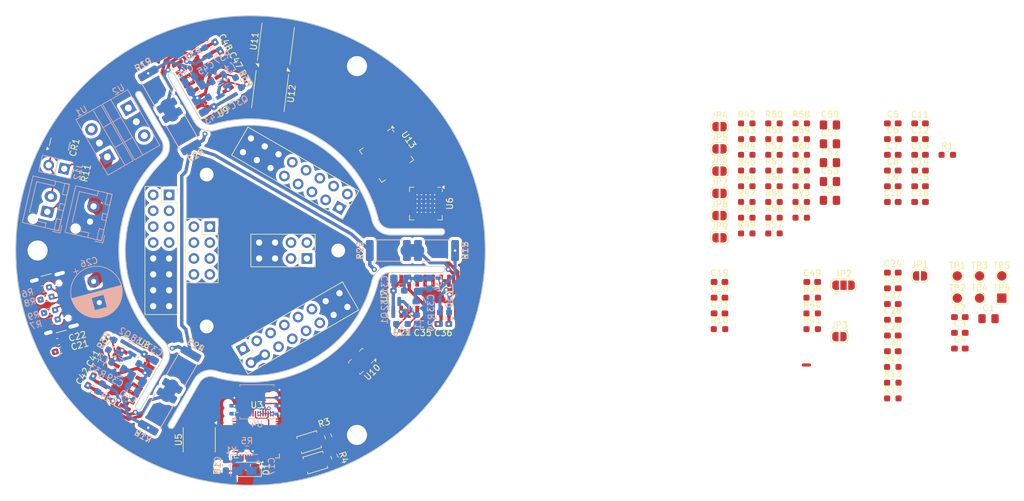
<source format=kicad_pcb>
(kicad_pcb (version 20240108) (generator "pcbnew") (generator_version "8.0")
  (title_block (rev "1"))
  (layers (0 "F.Cu" signal "Front") (1 "In1.Cu" signal) (2 "In2.Cu" signal) (31 "B.Cu" signal "Back") (34 "B.Paste" user) (35 "F.Paste" user) (36 "B.SilkS" user "B.Silkscreen") (37 "F.SilkS" user "F.Silkscreen") (38 "B.Mask" user) (39 "F.Mask" user) (44 "Edge.Cuts" user))
  (net 0 "")
  (net 1 "V_MOT")
  (net 2 "GND")
  (net 3 "+5V")
  (net 4 "+3.3V")
  (net 5 "+1V1")
  (net 6 "Net-(U3-XIN)")
  (net 7 "/CAN IO/CAN_H")
  (net 8 "/CAN IO/CAN_L")
  (net 9 "Net-(U5-VREF)")
  (net 10 "Net-(U6-CPI)")
  (net 11 "Net-(U6-CPO)")
  (net 12 "Net-(U6-VCP)")
  (net 13 "Net-(U6-5VOUT)")
  (net 14 "+3V3")
  (net 15 "GNDA")
  (net 16 "/Load Cell Amplifiers/STRAIN1_E+")
  (net 17 "Net-(U7-VBG)")
  (net 18 "Net-(U7-INA-)")
  (net 19 "Net-(U7-INA+)")
  (net 20 "/Load Cell Amplifiers/STRAIN2_E+")
  (net 21 "Net-(U8-VBG)")
  (net 22 "Net-(U8-INA-)")
  (net 23 "Net-(U8-INA+)")
  (net 24 "/Load Cell Amplifiers/STRAIN3_E+")
  (net 25 "Net-(U9-VBG)")
  (net 26 "Net-(U9-INA-)")
  (net 27 "Net-(U9-INA+)")
  (net 28 "THERM0")
  (net 29 "THERM1")
  (net 30 "THERM2")
  (net 31 "THERM3")
  (net 32 "Net-(J1-D--PadA7)")
  (net 33 "VBUS")
  (net 34 "Net-(J1-D+-PadA6)")
  (net 35 "Net-(J1-CC2)")
  (net 36 "Net-(J1-CC1)")
  (net 39 "D8")
  (net 40 "D10")
  (net 41 "/Microcontroller/LED")
  (net 42 "D12")
  (net 43 "D15")
  (net 44 "D1")
  (net 45 "D7")
  (net 46 "D14")
  (net 47 "D16")
  (net 48 "D0")
  (net 49 "D11")
  (net 50 "D9")
  (net 51 "SCL")
  (net 52 "CAN_TX")
  (net 53 "SDA")
  (net 54 "CAN_S")
  (net 55 "CAN_RX")
  (net 56 "SERVO5")
  (net 57 "SERVO3")
  (net 58 "SERVO2")
  (net 59 "SERVO7")
  (net 60 "SERVO1")
  (net 61 "SERVO6")
  (net 62 "SERVO4")
  (net 63 "SERVO8")
  (net 64 "24V_PWM3")
  (net 65 "24V_PWM1")
  (net 66 "24V_PWM0")
  (net 67 "24V_PWM2")
  (net 68 "OB1")
  (net 69 "OA2")
  (net 70 "OA1")
  (net 71 "OB2")
  (net 72 "Net-(J12-Pin_1)")
  (net 73 "MOT_DIAG")
  (net 74 "Net-(JP4-B)")
  (net 75 "Net-(JP5-B)")
  (net 76 "Net-(JP6-B)")
  (net 77 "Net-(JP7-B)")
  (net 78 "Net-(JP8-B)")
  (net 79 "Net-(JP9-B)")
  (net 80 "Net-(Q1-C)")
  (net 81 "Net-(Q2-C)")
  (net 82 "Net-(Q3-C)")
  (net 83 "Net-(Q1-B)")
  (net 84 "Net-(Q2-B)")
  (net 85 "Net-(Q3-B)")
  (net 86 "/Microcontroller/RUN")
  (net 87 "/Microcontroller/QSPI_SS")
  (net 88 "/Microcontroller/~{USB_BOOT}")
  (net 89 "Net-(U3-XOUT)")
  (net 90 "/Microcontroller/USB+")
  (net 91 "/Microcontroller/USB-")
  (net 92 "Net-(U5-S)")
  (net 93 "Net-(U6-BRB)")
  (net 94 "Net-(U6-BRA)")
  (net 95 "Net-(U6-DIAG)")
  (net 96 "/Load Cell Amplifiers/STRAIN1_S+")
  (net 97 "/Load Cell Amplifiers/STRAIN1_S-")
  (net 98 "/Load Cell Amplifiers/STRAIN2_S+")
  (net 99 "/Load Cell Amplifiers/STRAIN2_S-")
  (net 100 "/Load Cell Amplifiers/STRAIN3_S+")
  (net 101 "/Load Cell Amplifiers/STRAIN3_S-")
  (net 102 "Net-(U7-VFB)")
  (net 103 "Net-(U8-VFB)")
  (net 104 "Net-(U9-VFB)")
  (net 105 "Net-(U13-LED0)")
  (net 106 "Net-(U13-LED1)")
  (net 107 "Net-(U13-~{OE})")
  (net 108 "Net-(U13-LED2)")
  (net 109 "Net-(U13-A0)")
  (net 110 "Net-(U13-LED3)")
  (net 111 "Net-(U13-A1)")
  (net 112 "Net-(U13-A2)")
  (net 113 "Net-(U13-A3)")
  (net 114 "Net-(U13-A4)")
  (net 115 "Net-(U13-A5)")
  (net 116 "STRAIN3_DO")
  (net 118 "/Microcontroller/QSPI_SD1")
  (net 119 "STRAIN_SCK")
  (net 120 "/Microcontroller/QSPI_SD0")
  (net 121 "TH3")
  (net 122 "STRAIN2_DO")
  (net 123 "/Microcontroller/QSPI_SD3")
  (net 124 "/Microcontroller/QSPI_SD2")
  (net 125 "MOT_STP")
  (net 126 "MOT_DIR")
  (net 127 "TH0")
  (net 128 "STRAIN1_DO")
  (net 129 "MOT_UART")
  (net 131 "MOT_EN")
  (net 132 "TH1")
  (net 133 "TH2")
  (net 134 "/Microcontroller/QSPI_SCK")
  (net 145 "Net-(C18-Pad2)")
  (net 146 "Net-(D1-A)")
  (net 147 "Net-(JP1-B)")
  (net 148 "Net-(JP2-A)")
  (net 149 "Net-(JP2-B)")
  (net 150 "/Accelerometer/Address Selection")
  (net 151 "Net-(U11-G1)")
  (net 152 "Net-(U11-G2)")
  (net 153 "Net-(U12-G1)")
  (net 154 "Net-(U12-G2)")
  (footprint "Capacitor_SMD:C_0603_1608Metric_Pad1.08x0.95mm_HandSolder" (layer "F.Cu") (at 177.5525 62.23)
    (property "Reference" "C8")
    (property "Value" "100n")
  )
  (footprint "Capacitor_SMD:C_0603_1608Metric_Pad1.08x0.95mm_HandSolder" (layer "F.Cu") (at 177.5525 91.08)
    (property "Reference" "C30")
    (property "Value" "100n")
  )
  (footprint "Capacitor_SMD:C_0805_2012Metric_Pad1.18x1.45mm_HandSolder" (layer "F.Cu") (at 167.5125 63.98)
    (property "Reference" "C53")
    (property "Value" "10u")
  )
  (footprint "Resistor_SMD:R_0603_1608Metric_Pad0.98x0.95mm_HandSolder" (layer "F.Cu") (at 73.064047 48.189435 120)
    (property "Reference" "R35")
    (property "Value" "10k")
  )
  (footprint "Resistor_SMD:R_2512_6332Metric" (layer "F.Cu") (at 97 75 180)
    (property "Reference" "R22")
    (property "Value" "330")
  )
  (footprint "Capacitor_SMD:C_0603_1608Metric_Pad1.08x0.95mm_HandSolder" (layer "F.Cu") (at 149.8825 82.53)
    (property "Reference" "C20")
    (property "Value" "100n")
  )
  (footprint "Jumper:SolderJumper-2_P1.3mm_Open_RoundedPad1.0x1.5mm" (layer "F.Cu") (at 181.9025 79.05)
    (property "Reference" "JP1")
    (property "Value" "SolderJumper_2_Open")
  )
  (footprint "TestPoint:TestPoint_Pad_1.5x1.5mm" (layer "F.Cu") (at 194.9525 82.6)
    (property "Reference" "TP6")
    (property "Value" "TestPoint")
  )
  (footprint "Resistor_SMD:R_0603_1608Metric_Pad0.98x0.95mm_HandSolder" (layer "F.Cu") (at 154.2325 67.25)
    (property "Reference" "R47")
    (property "Value" "100")
  )
  (footprint "TestPoint:TestPoint_Pad_D1.5mm" (layer "F.Cu") (at 191.4025 82.6)
    (property "Reference" "TP4")
    (property "Value" "TestPoint")
  )
  (footprint "Resistor_SMD:R_0603_1608Metric_Pad0.98x0.95mm_HandSolder" (layer "F.Cu") (at 162.9325 69.76)
    (property "Reference" "RV4")
    (property "Value" "CG0603MLC-3.3LE")
  )
  (footprint "Resistor_SMD:R_0603_1608Metric_Pad0.98x0.95mm_HandSolder" (layer "F.Cu") (at 154.2325 54.7)
    (property "Reference" "R42")
    (property "Value" "100")
  )
  (footprint "Capacitor_SMD:C_0603_1608Metric_Pad1.08x0.95mm_HandSolder" (layer "F.Cu") (at 164.6825 80.02)
    (property "Reference" "C49")
    (property "Value" "100n")
  )
  (footprint "Package_SO:SOIC-16_3.9x9.9mm_P1.27mm" (layer "F.Cu") (at 67.701303 47.760892 -150)
    (property "Reference" "U9")
    (property "Value" "HX711")
  )
  (footprint "Connector_PinSocket_2.54mm:PinSocket_2x08_P2.54mm_Vertical" (layer "F.Cu") (at 73.801034 90.70333 120)
    (property "Reference" "J4" (hide yes))
    (property "Value" "Conn_02x08_Odd_Even")
  )
  (footprint "Capacitor_SMD:C_0603_1608Metric_Pad1.08x0.95mm_HandSolder" (layer "F.Cu") (at 177.5525 54.7)
    (property "Reference" "C5")
    (property "Value" "1u")
  )
  (footprint "Capacitor_SMD:C_0603_1608Metric_Pad1.08x0.95mm_HandSolder" (layer "F.Cu") (at 177.5525 81.04)
    (property "Reference" "C25")
    (property "Value" "100n")
  )
  (footprint "Package_SO:SOIC-16_3.9x9.9mm_P1.27mm" (layer "F.Cu") (at 55.059589 94.940411 -30)
    (property "Reference" "U8")
    (property "Value" "HX711")
  )
  (footprint "Capacitor_SMD:C_0603_1608Metric_Pad1.08x0.95mm_HandSolder" (layer "F.Cu") (at 181.9025 64.74)
    (property "Reference" "C15")
    (property "Value" "100n")
  )
  (footprint "TestPoint:TestPoint_Pad_D1.5mm" (layer "F.Cu") (at 187.8525 82.6)
    (property "Reference" "TP2")
    (property "Value" "TestPoint")
  )
  (footprint "Package_SO:SOIC-8_3.9x4.9mm_P1.27mm" (layer "F.Cu") (at 66.815 105.22 -90)
    (property "Reference" "U5")
    (property "Value" "SN65HVD1050D")
  )
  (footprint "Capacitor_SMD:C_0603_1608Metric_Pad1.08x0.95mm_HandSolder" (layer "F.Cu") (at 177.5525 57.21)
    (property "Reference" "C6")
    (property "Value" "1u")
  )
  (footprint "Resistor_SMD:R_0603_1608Metric_Pad0.98x0.95mm_HandSolder" (layer "F.Cu") (at 162.9325 64.74)
    (property "Reference" "RV2")
    (property "Value" "CG0603MLC-3.3LE")
  )
  (footprint "Resistor_SMD:R_0603_1608Metric_Pad0.98x0.95mm_HandSolder" (layer "F.Cu") (at 149.8825 87.55)
    (property "Reference" "R10")
    (property "Value" "NC")
  )
  (footprint "Resistor_SMD:R_0603_1608Metric_Pad0.98x0.95mm_HandSolder" (layer "F.Cu") (at 177.5525 98.61)
    (property "Reference" "R14")
    (property "Value" "100")
  )
  (footprint "Resistor_SMD:R_0603_1608Metric_Pad0.98x0.95mm_HandSolder" (layer "F.Cu") (at 99.186608 86.728697)
    (property "Reference" "R21")
    (property "Value" "10k")
  )
  (footprint "Capacitor_SMD:C_0603_1608Metric_Pad1.08x0.95mm_HandSolder" (layer "F.Cu") (at 69.764047 42.473667 -60)
    (property "Reference" "C48")
    (property "Value" "0.1uF")
  )
  (footprint "Capacitor_SMD:C_0805_2012Metric_Pad1.18x1.45mm_HandSolder" (layer "F.Cu") (at 167.5125 66.99)
    (property "Reference" "C54")
    (property "Value" "10u")
  )
  (footprint "Resistor_SMD:R_0603_1608Metric_Pad0.98x0.95mm_HandSolder" (layer "F.Cu") (at 154.2325 69.76)
    (property "Reference" "R48")
    (property "Value" "10k")
  )
  (footprint "Package_DFN_QFN:QFN-28-1EP_6x6mm_P0.65mm_EP4.25x4.25mm" (layer "F.Cu") (at 96.725718 59.787489 -55)
    (property "Reference" "U13")
    (property "Value" "PCA9685BS")
  )
  (footprint "Jumper:SolderJumper-2_P1.3mm_Open_RoundedPad1.0x1.5mm" (layer "F.Cu") (at 149.8825 62.32)
    (property "Reference" "JP6")
    (property "Value" "SolderJumper_2_Open")
  )
  (footprint "Jumper:SolderJumper-2_P1.3mm_Open_RoundedPad1.0x1.5mm" (layer "F.Cu") (at 149.8825 58.77)
    (property "Reference" "JP5")
    (property "Value" "SolderJumper_2_Open")
  )
  (footprint "Capacitor_SMD:C_0603_1608Metric_Pad1.08x0.95mm_HandSolder" (layer "F.Cu") (at 149.8825 80.02)
    (property "Reference" "C19")
    (property "Value" "1u")
  )
  (footprint "Resistor_SMD:R_0603_1608Metric_Pad0.98x0.95mm_HandSolder" (layer "F.Cu") (at 47.238536 62.330306 -103)
    (property "Reference" "R11")
    (property "Value" "120")
  )
  (footprint "MountingHole:MountingHole_2.2mm_M2_Pad" (layer "F.Cu") (at 68 87.124356 -120)
    (property "Reference" "H2" (hide yes))
    (property "Value" "MountingHole")
  )
  (footprint "Capacitor_SMD:C_0603_1608Metric_Pad1.08x0.95mm_HandSolder" (layer "F.Cu") (at 149.8825 85.04)
    (property "Reference" "C23")
    (property "Value" "100n")
  )
  (footprint "Capacitor_SMD:C_0603_1608Metric_Pad1.08x0.95mm_HandSolder" (layer "F.Cu") (at 181.9025 59.72)
    (property "Reference" "C13")
    (property "Value" "100n")
  )
  (footprint "Resistor_SMD:R_0603_1608Metric_Pad0.98x0.95mm_HandSolder" (layer "F.Cu") (at 158.5825 72.27)
    (property "Reference" "R57")
    (property "Value" "2.2k")
  )
  (footprint "Resistor_SMD:R_0603_1608Metric_Pad0.98x0.95mm_HandSolder" (layer "F.Cu") (at 162.9325 57.21)
    (property "Reference" "R59")
    (property "Value" "2.2k")
  )
  (footprint "Capacitor_SMD:C_0603_1608Metric_Pad1.08x0.95mm_HandSolder" (layer "F.Cu") (at 102.486608 86.728697)
    (property "Reference" "C35")
    (property "Value" "0.1uF")
  )
  (footprint "Resistor_SMD:R_0603_1608Metric_Pad0.98x0.95mm_HandSolder" (layer "F.Cu") (at 158.5825 62.23)
    (property "Reference" "R53")
    (property "Value" "10k")
  )
  (footprint "Resistor_SMD:R_2512_6332Metric" (layer "F.Cu") (at 60.15 100.720954 60)
    (property "Reference" "R17")
    (property "Value" "330")
  )
  (footprint "Library:WDFN-8-1EP_6x5mm_P1.27mm_EP3.4x4mm_No_Center_Pad" (layer "F.Cu") (at 78.128668 49.54 -97)
    (property "Reference" "U12")
    (property "Value" "G20N06D52")
  )
  (footprint "Connector_PinSocket_2.54mm:PinSocket_2x04_P2.54mm_Vertical" (layer "F.Cu") (at 84 76.27 -90)
    (property "Reference" "J6" (hide yes))
    (property "Value" "Conn_02x04_Odd_Even")
  )
  (footprint "Capacitor_SMD:C_0603_1608Metric_Pad1.08x0.95mm_HandSolder" (layer "F.Cu") (at 44.27 89.54 15)
    (property "Reference" "C22")
    (property "Value" "47p")
  )
  (footprint "LED_SMD:LED_1206_3216Metric_Pad1.42x1.75mm_HandSolder" (layer "F.Cu") (at 74.27 109.95 180)
    (property "Reference" "D1")
    (property "Value" "LED")
  )
  (footprint "Connector_PinSocket_2.54mm:PinSocket_2x04_P2.54mm_Vertical" (layer "F.Cu") (at 68.5 71.19)
    (property "Reference" "J5" (hide yes))
    (property "Value" "Conn_02x04_Odd_Even")
  )
  (footprint "Capacitor_SMD:C_0603_1608Metric_Pad1.08x0.95mm_HandSolder" (layer "F.Cu") (at 181.9025 57.21)
    (property "Reference" "C12")
    (property "Value" "100n")
  )
  (footprint "Library:WDFN-8-1EP_6x5mm_P1.27mm_EP3.4x4mm_No_Center_Pad" (layer "F.Cu") (at 79.052156 41.99784 83)
    (property "Reference" "U11")
    (property "Value" "G20N06D52")
  )
  (footprint "TestPoint:TestPoint_Pad_D1.5mm" (layer "F.Cu") (at 191.4025 79.05)
    (property "Reference" "TP3")
    (property "Value" "TestPoint")
  )
  (footprint "Button_Switch_SMD:SW_SPST_B3U-1000P" (layer "F.Cu") (at 85.349958 108.853188 17)
    (property "Reference" "SW1" (hide yes))
    (property "Value" "BOOT")
  )
  (footprint "Resistor_SMD:R_2512_6332Metric" (layer "F.Cu") (at 64 94.052558 60)
    (property "Reference" "R24")
    (property "Value" "330")
  )
  (footprint "Jumper:SolderJumper-2_P1.3mm_Open_RoundedPad1.0x1.5mm" (layer "F.Cu") (at 149.8825 72.97)
    (property "Reference" "JP9")
    (property "Value" "SolderJumper_2_Open")
  )
  (footprint "Capacitor_SMD:C_0603_1608Metric_Pad1.08x0.95mm_HandSolder" (layer "F.Cu") (at 177.5525 67.25)
    (property "Reference" "C10")
    (property "Value" "100n")
  )
  (footprint "Resistor_SMD:R_2512_6332Metric" (layer "F.Cu") (at 60.15 49.279045 -60)
    (property "Reference" "R19")
    (property "Value" "330")
  )
  (footprint "Capacitor_SMD:C_0603_1608Metric_Pad1.08x0.95mm_HandSolder" (layer "F.Cu") (at 188.2525 88.14)
    (property "Reference" "C3")
    (property "Value" "1u")
  )
  (footprint "Capacitor_SMD:C_0603_1608Metric_Pad1.08x0.95mm_HandSolder" (layer "F.Cu") (at 177.5525 59.72)
    (property "Reference" "C7")
    (property "Value" "100n")
  )
  (footprint "Capacitor_SMD:C_0603_1608Metric_Pad1.08x0.95mm_HandSolder" (layer "F.Cu") (at 181.9025 54.7)
    (property "Reference" "C11")
    (property "Value" "100n")
  )
  (footprint "Resistor_SMD:R_0603_1608Metric_Pad0.98x0.95mm_HandSolder" (layer "F.Cu") (at 52.749347 90.081868 -120)
    (property "Reference" "R31")
    (property "Value" "10k")
  )
  (footprint "Resistor_SMD:R_0603_1608Metric_Pad0.98x0.95mm_HandSolder" (layer "F.Cu") (at 162.9325 62.23)
    (property "Reference" "RV1")
    (property "Value" "CG0603MLC-3.3LE")
  )
  (footprint "Resistor_SMD:R_0603_1608Metric_Pad0.98x0.95mm_HandSolder" (layer "F.Cu") (at 154.2325 59.72)
    (property "Reference" "R44")
    (property "Value" "10k")
  )
  (footprint "Resistor_SMD:R_0603_1608Metric_Pad0.98x0.95mm_HandSolder" (layer "F.Cu") (at 87.39 104.66 107)
    (property "Reference" "R3")
    (property "Value" "10k")
  )
  (footprint "Package_LGA:Bosch_LGA-14_3x2.5mm_P0.5mm" (layer "F.Cu") (at 92.67767 92.67767 -135)
    (property "Reference" "U10")
    (property "Value" "BMI270")
  )
  (footprint "Resistor_SMD:R_0603_1608Metric_Pad0.98x0.95mm_HandSolder" (layer "F.Cu") (at 186.2525 59.72)
    (property "Reference" "R1")
    (property "Value" "10k")
  )
  (footprint "Capacitor_SMD:C_0603_1608Metric_Pad1.08x0.95mm_HandSolder" (layer "F.Cu") (at 49.449346 95.797636 60)
    (property "Reference" "C42")
    (property "Value" "0.1uF")
  )
  (footprint "Resistor_SMD:R_0603_1608Metric_Pad0.98x0.95mm_HandSolder" (layer "F.Cu") (at 164.6825 87.55)
    (property "Reference" "R41")
    (property "Value" "10k")
  )
  (footprint "Capacitor_SMD:C_0603_1608Metric_Pad1.08x0.95mm_HandSolder" (layer "F.Cu") (at 177.5525 64.74)
    (property "Reference" "C9")
    (property "Value" "100n")
  )
  (footprint "Capacitor_SMD:C_0603_1608Metric_Pad1.08x0.95mm_HandSolder" (layer "F.Cu") (at 177.5525 78.53)
    (property "Reference" "C24")
    (property "Value" "100n")
  )
  (footprint "Capacitor_SMD:C_0603_1608Metric_Pad1.08x0.95mm_HandSolder" (layer "F.Cu") (at 44.65 90.95 15)
    (property "Reference" "C21")
    (property "Value" "47p")
  )
  (footprint "Capacitor_SMD:C_0603_1608Metric_Pad1.08x0.95mm_HandSolder" (layer "F.Cu") (at 177.5525 88.57)
    (property "Reference" "C29")
    (property "Value" "4.7u")
  )
  (footprint "Jumper:SolderJumper-3_P1.3mm_Open_RoundedPad1.0x1.5mm" (layer "F.Cu") (at 169.6825 80.54)
    (property "Reference" "JP2")
    (property "Value" "SolderJumper_3_Bridged123")
  )
  (footprint "Package_TO_SOT_SMD:SOT-23" (layer "F.Cu") (at 44.536543 58.000233 77)
    (property "Reference" "CR1")
    (property "Value" "PESD1CAN_215")
  )
  (footprint "MountingHole:MountingHole_3.2mm_M3_DIN965_Pad" (layer "F.Cu") (at 41 75)
    (property "Reference" "H1" (hide yes))
    (property "Value" "MountingHole")
  )
  (footprint "Resistor_SMD:R_0603_1608Metric_Pad0.98x0.95mm_HandSolder" (layer "F.Cu") (at 158.5825 69.76)
    (property "Reference" "R56")
    (property "Value" "10k")
  )
  (footprint "Capacitor_SMD:C_0603_1608Metric_Pad1.08x0.95mm_HandSolder" (layer "F.Cu") (at 181.9025 67.25)
    (property "Reference" "C16")
    (property "Value" "100n")
  )
  (footprint "Capacitor_SMD:C_0603_1608Metric_Pad1.08x0.95mm_HandSolder" (layer "F.Cu") (at 51.099346 92.939752 -120)
    (property "Reference" "C41")
    (property "Value" "0.1uF")
  )
  (footprint "Button_Switch_SMD:SW_SPST_B3U-1000P" (layer "F.Cu") (at 84.355895 105.601752 17)
    (property "Reference" "SW2" (hide yes))
    (property "Value" "RESET")
  )
  (footprint "Resistor_SMD:R_2512_6332Metric" (layer "F.Cu") (at 104.7 75 180)
    (property "Reference" "R15")
    (property "Value" "330")
  )
  (footprint "Capacitor_SMD:C_0603_1608Metric_Pad1.08x0.95mm_HandSolder" (layer "F.Cu") (at 181.9025 62.23)
    (property "Reference" "C14")
    (property "Value" "100n")
  )
  (footprint "Package_DFN_QFN:QFN-28-1EP_5x5mm_P0.5mm_EP3.75x3.75mm_ThermalVias" (layer "F.Cu") (at 103 67.5 -90)
    (property "Reference" "U6")
    (property "Value" "TMC2209-LA")
  )
  (footprint "Capacitor_SMD:C_0603_1608Metric_Pad1.08x0.95mm_HandSolder" (layer "F.Cu") (at 188.2525 90.65)
    (property "Reference" "C4")
    (property "Value" "1u")
  )
  (footprint "Resistor_SMD:R_0603_1608Metric_Pad0.98x0.95mm_HandSolder" (layer "F.Cu") (at 158.5825 67.25)
    (property "Reference" "R55")
    (property "Value" "10k")
  )
  (footprint "Capacitor_SMD:C_0603_1608Metric_Pad1.08x0.95mm_HandSolder" (layer "F.Cu") (at 71.414047 45.331551 120)
    (property "Reference" "C47")
    (property "Value" "0.1uF")
  )
  (footprint "Resistor_SMD:R_0603_1608Metric_Pad0.98x0.95mm_HandSolder" (layer "F.Cu") (at 162.9325 67.25)
    (property "Reference" "RV3")
    (property "Value" "CG0603MLC-3.3LE")
  )
  (footprint "Resistor_SMD:R_0603_1608Metric_Pad0.98x0.95mm_HandSolder" (layer "F.Cu") (at 158.5825 57.21)
    (property "Reference" "R51")
    (property "Value" "10k")
  )
  (footprint "Capacitor_SMD:C_0603_1608Metric_Pad1.08x0.95mm_HandSolder" (layer "F.Cu") (at 188.2525 85.63)
    (property "Reference" "C2")
    (property "Value" "1u")
  )
  (footprint "MountingHole:MountingHole_3.2mm_M3_DIN965_Pad" (layer "F.Cu") (at 92 104.444864 120)
    (property "Reference" "H1" (hide yes))
    (property "Value" "MountingHole")
  )
  (footprint "Resistor_SMD:R_0603_1608Metric_Pad0.98x0.95mm_HandSolder" (layer "F.Cu") (at 71.06 109.28 90)
    (property "Reference" "R2")
    (property "Value" "10k")
  )
  (footprint "Resistor_SMD:R_0603_1608Metric_Pad0.98x0.95mm_HandSolder" (layer "F.Cu") (at 162.9325 54.7)
    (property "Reference" "R58")
    (property "Value" "2.2k")
  )
  (footprint "Resistor_SMD:R_0603_1608Metric_Pad0.98x0.95mm_HandSolder" (layer "F.Cu") (at 177.5525 96.1)
    (property "Reference" "R13")
    (property "Value" "0R11")
  )
  (footprint "Jumper:SolderJumper-2_P1.3mm_Open_RoundedPad1.0x1.5mm" (layer "F.Cu") (at 149.8825 65.87)
    (property "Reference" "JP7")
    (property "Value" "SolderJumper_2_Open")
  )
  (footprint "Resistor_SMD:R_0603_1608Metric_Pad0.98x0.95mm_HandSolder" (layer "F.Cu") (at 154.2325 57.21)
    (property "Reference" "R43")
    (property "Value" "100")
  )
  (footprint "Resistor_SMD:R_0603_1608Metric_Pad0.98x0.95mm_HandSolder" (layer "F.Cu") (at 88.39 107.93 107)
    (property "Reference" "R4")
    (property "Value" "1k")
  )
  (footprint "Connector_USB:USB_C_Receptacle_GCT_USB4105-xx-A_16P_TopMnt_Horizontal" (layer "F.Cu") (at 42.641484 83.670438 -75)
    (property "Reference" "J1" (hide yes))
    (property "Value" "USB C Receptacle")
  )
  (footprint "Capacitor_SMD:C_0603_1608Metric_Pad1.08x0.95mm_HandSolder" (layer "F.Cu") (at 177.5525 83.55)
    (property "Reference" "C27")
    (property "Value" "22n")
  )
  (footprint "Resistor_SMD:R_2512_6332Metric" (layer "F.Cu") (at 64 55.947441 -60)
    (property "Reference" "R26")
    (property "Value" "330")
  )
  (footprint "Resistor_SMD:R_0603_1608Metric_Pad0.98x0.95mm_HandSolder" (layer "F.Cu") (at 177.5525 93.59)
    (property "Reference" "R12")
    (property "Value" "0R11")
  )
  (footprint "Capacitor_SMD:C_0805_2012Metric_Pad1.18x1.45mm_HandSolder" (layer "F.Cu") (at 167.5125 54.95)
    (property "Reference" "C50")
    (property "Value" "10u")
  )
  (footprint "Jumper:SolderJumper-2_P1.3mm_Open_RoundedPad1.0x1.5mm" (layer "F.Cu") (at 149.8825 55.22)
    (property "Reference" "JP4")
    (property "Value" "SolderJumper_2_Open")
  )
  (footprint "Resistor_SMD:R_0603_1608Metric_Pad0.98x0.95mm_HandSolder" (layer "F.Cu") (at 154.2325 62.23)
    (property "Reference" "R45")
    (property "Value" "100")
  )
  (footprint "Resistor_SMD:R_0603_1608Metric_Pad0.98x0.95mm_HandSolder" (layer "F.Cu") (at 158.5825 54.7)
    (property "Reference" "R50")
    (property "Value" "10k")
  )
  (footprint "TestPoint:TestPoint_Pad_D1.5mm" (layer "F.Cu") (at 187.8525 79.05)
    (property "Reference" "TP1")
    (property "Value" "TestPoint")
  )
  (footprint "MountingHole:MountingHole_2.2mm_M2_Pad" (layer "F.Cu") (at 68 62.875644 120)
    (property "Reference" "H2" (hide yes))
    (property "Value" "MountingHole")
  )
  (footprint "MountingHole:MountingHole_2.2mm_M2_Pad" (layer "F.Cu") (at 89 75)
    (property "Reference" "H2" (hide yes))
    (property "Value" "MountingHole")
  )
  (footprint "Resistor_SMD:R_0603_1608Metric_Pad0.98x0.95mm_HandSolder" (layer "F.Cu") (at 164.6825 82.53)
    (property "Reference" "R39")
    (property "Value" "2.2k")
  )
  (footprint "Connector_PinSocket_2.54mm:PinSocket_2x08_P2.54mm_Vertical" (layer "F.Cu") (at 89.198966 68.18667 -120)
    (property "Reference" "J3" (hide yes))
    (property "Value" "Conn_02x08_Odd_Even")
  )
  (footprint "Jumper:SolderJumper-2_P1.3mm_Open_RoundedPad1.0x1.5mm" (layer "F.Cu") (at 169.0325 88.75)
    (property "Reference" "JP3")
    (property "Value" "SolderJumper_2_Open")
  )
  (footprint "Resistor_SMD:R_0603_1608Metric_Pad0.98x0.95mm_HandSolder" (layer "F.Cu") (at 164.6825 85.04)
    (property "Reference" "R40")
    (property "Value" "2.2k")
  )
  (footprint "Capacitor_SMD:C_0603_1608Metric_Pad1.08x0.95mm_HandSolder" (layer "F.Cu") (at 177.5525 86.06)
    (property "Reference" "C28")
    (property "Value" "100n")
  )
  (footprint "Resistor_SMD:R_0603_1608Metric_Pad0.98x0.95mm_HandSolder" (layer "F.Cu") (at 154.2325 64.74)
    (property "Reference" "R46")
    (property "Value" "10k")
  )
  (footprint "Resistor_SMD:R_0603_1608Metric_Pad0.98x0.95mm_HandSolder" (layer "F.Cu") (at 162.9325 59.72)
    (property "Reference" "R60")
    (property "Value" "2.2k")
  )
  (footprint "TestPoint:TestPoint_Pad_D1.5mm" (layer "F.Cu") (at 194.9525 79.05)
    (property "Reference" "TP5")
    (property "Value" "TestPoint")
  )
  (footprint "Connector_PinSocket_2.54mm:PinSocket_2x08_P2.54mm_Vertical" (layer "F.Cu") (at 62 66.11)
    (property "Reference" "J2" (hide yes))
    (property "Value" "Conn_02x08_Odd_Even")
  )
  (footprint "Capacitor_SMD:C_0603_1608Metric_Pad1.08x0.95mm_HandSolder" (layer "F.Cu") (at 105.786608 86.728697 180)
    (property "Reference" "C36")
    (property "Value" "0.1uF")
  )
  (footprint "Package_DFN_QFN:QFN-56-1EP_7x7mm_P0.4mm_EP3.2x3.2mm" (layer "F.Cu") (at 76 104.5)
    (property "Reference" "U3")
    (property "Value" "RP2040")
  )
  (footprint "Resistor_SMD:R_0603_1608Metric_Pad0.98x0.95mm_HandSolder" (layer "F.Cu") (at 158.5825 64.74)
    (property "Reference" "R54")
    (property "Value" "10k")
  )
  (footprint "Capacitor_SMD:C_0805_2012Metric_Pad1.18x1.45mm_HandSolder" (layer "F.Cu") (at 192.8325 85.88)
    (property "Reference" "C1")
    (property "Value" "1u/100V")
  )
  (footprint "Capacitor_SMD:C_0805_2012Metric_Pad1.18x1.45mm_HandSolder" (layer "F.Cu") (at 167.5125 57.96)
    (property "Reference" "C51")
    (property "Value" "10u")
  )
  (footprint "NetTie:NetTie-2_SMD_Pad0.5mm" (layer "F.Cu") (at 163.7575 93.275)
    (property "Reference" "NT1" (hide yes))
    (property "Value" "NetTie_2" (hide yes))
  )
  (footprint "Resistor_SMD:R_0603_1608Metric_Pad0.98x0.95mm_HandSolder" (layer "F.Cu") (at 158.5825 59.72)
    (property "Reference" "R52")
    (property "Value" "10k")
  )
  (footprint "Resistor_SMD:R_0603_1608Metric_Pad0.98x0.95mm_HandSolder" (layer "F.Cu") (at 154.2325 72.27)
    (property "Reference" "R49")
    (property "Value" "10k")
  )
  (footprint "Package_SO:SOIC-16_3.9x9.9mm_P1.27mm" (layer "F.Cu") (at 102.239108 82.298697 90)
    (property "Reference" "U7")
    (property "Value" "HX711")
  )
  (footprint "Jumper:SolderJumper-2_P1.3mm_Open_RoundedPad1.0x1.5mm" (layer "F.Cu") (at 149.8825 69.42)
    (property "Reference" "JP8")
    (property "Value" "SolderJumper_2_Open")
  )
  (footprint "Capacitor_SMD:C_0805_2012Metric_Pad1.18x1.45mm_HandSolder" (layer "F.Cu") (at 167.5125 60.97)
    (property "Reference" "C52")
    (property "Value" "10u")
  )
  (footprint "MountingHole:MountingHole_3.2mm_M3_DIN965_Pad" (layer "F.Cu") (at 92 45.555136 -120)
    (property "Reference" "H1" (hide yes))
    (property "Value" "MountingHole")
  )
  (footprint "Capacitor_SMD:C_0603_1608Metric_Pad1.08x0.95mm_HandSolder" (layer "B.Cu") (at 56.189117 97.059013 -30)
    (property "Reference" "C40")
    (property "Value" "0.1uF")
  )
  (footprint "Capacitor_SMD:C_0805_2012Metric_Pad1.18x1.45mm_HandSolder" (layer "B.Cu") (at 56.847095 95.464359 -30)
    (property "Reference" "C39")
    (property "Value" "10uF")
  )
  (footprint "Connector_JST:JST_XH_B2B-XH-AM_1x02_P2.50mm_Vertical" (layer "B.Cu") (at 42.560101 68.814067 77)
    (property "Reference" "J10" (hide yes))
    (property "Value" "Conn_01x02")
  )
  (footprint "Resistor_SMD:R_2512_6332Metric" (layer "B.Cu") (at 64 94.052558 -120)
    (property "Reference" "R25")
    (property "Value" "330")
  )
  (footprint "Resistor_SMD:R_0603_1608Metric_Pad0.98x0.95mm_HandSolder" (layer "B.Cu") (at 42.926186 84.732956 15)
    (property "Reference" "R9")
    (property "Value" "27.4")
  )
  (footprint "Package_TO_SOT_SMD:SOT-23" (layer "B.Cu") (at 55.270228 91.020572 -30)
    (property "Reference" "Q2")
    (property "Value" "MMBT4403")
  )
  (footprint "Resistor_SMD:R_0603_1608Metric_Pad0.98x0.95mm_HandSolder" (layer "B.Cu") (at 50.54 95.76 -30)
    (property "Reference" "R33")
    (property "Value" "100")
  )
  (footprint "Resistor_SMD:R_0603_1608Metric_Pad0.98x0.95mm_HandSolder" (layer "B.Cu") (at 43.327356 86.230142 -165)
    (property "Reference" "R7")
    (property "Value" "5.1k")
  )
  (footprint "Resistor_SMD:R_0603_1608Metric_Pad0.98x0.95mm_HandSolder" (layer "B.Cu") (at 68.502392 42.148418 30)
    (property "Reference" "R38")
    (property "Value" "100")
  )
  (footprint "Resistor_SMD:R_0603_1608Metric_Pad0.98x0.95mm_HandSolder" (layer "B.Cu") (at 106.699108 85.798697 -90)
    (property "Reference" "R30")
    (property "Value" "100")
  )
  (footprint "Capacitor_SMD:C_0805_2012Metric_Pad1.18x1.45mm_HandSolder" (layer "B.Cu") (at 101.799108 80.488697 90)
    (property "Reference" "C33")
    (property "Value" "10uF")
  )
  (footprint "Resistor_SMD:R_2512_6332Metric" (layer "B.Cu") (at 64 55.947441 120)
    (property "Reference" "R27")
    (property "Value" "330")
  )
  (footprint "Resistor_SMD:R_2512_6332Metric" (layer "B.Cu") (at 97 75)
    (property "Reference" "R23")
    (property "Value" "330")
  )
  (footprint "Package_TO_SOT_SMD:SOT-23" (layer "B.Cu") (at 70.990663 49.903231 -150)
    (property "Reference" "Q3")
    (property "Value" "MMBT4403")
  )
  (footprint "Resistor_SMD:R_2512_6332Metric" (layer "B.Cu") (at 104.7 75)
    (property "Reference" "R16")
    (property "Value" "330")
  )
  (footprint "Resistor_SMD:R_0603_1608Metric_Pad0.98x0.95mm_HandSolder" (layer "B.Cu") (at 41.955614 81.110735 -165)
    (property "Reference" "R6")
    (property "Value" "5.1k")
  )
  (footprint "Capacitor_SMD:C_0603_1608Metric_Pad1.08x0.95mm_HandSolder" (layer "B.Cu") (at 71.06 109.2825 90)
    (property "Reference" "C18")
    (property "Value" "22p")
  )
  (footprint "Capacitor_SMD:C_0603_1608Metric_Pad1.08x0.95mm_HandSolder" (layer "B.Cu") (at 98.689108 81.418697)
    (property "Reference" "C32")
    (property "Value" "0.1uF")
  )
  (footprint "Resistor_SMD:R_0603_1608Metric_Pad0.98x0.95mm_HandSolder" (layer "B.Cu") (at 69.232392 43.412815 -150)
    (property "Reference" "R37")
    (property "Value" "100")
  )
  (footprint "Capacitor_SMD:C_0603_1608Metric_Pad1.08x0.95mm_HandSolder" (layer "B.Cu") (at 103.509108 80.261197 90)
    (property "Reference" "C34")
    (property "Value" "0.1uF")
  )
  (footprint "Package_TO_SOT_THT:TO-220-3_Vertical" (layer "B.Cu") (at 55.489981 52.242528 -60)
    (property "Reference" "U2")
    (property "Value" "LF15_TO220")
  )
  (footprint "Capacitor_SMD:C_0805_2012Metric_Pad1.18x1.45mm_HandSolder" (layer "B.Cu") (at 59.061517 93.428867 -120)
    (property "Reference" "C37")
    (property "Value" "10uF")
  )
  (footprint "Resistor_SMD:R_0603_1608Metric_Pad0.98x0.95mm_HandSolder" (layer "B.Cu") (at 99.186608 86.728697 180)
    (property "Reference" "R28")
    (property "Value" "8.2k")
  )
  (footprint "Capacitor_SMD:C_0805_2012Metric_Pad1.18x1.45mm_HandSolder" (layer "B.Cu") (at 66.353798 49.046944 -150)
    (property "Reference" "C45")
    (property "Value" "10uF")
  )
  (footprint "Package_TO_SOT_SMD:SOT-23" (layer "B.Cu") (at 98.739108 84.076197 90)
    (property "Reference" "Q1")
    (property "Value" "MMBT4403")
  )
  (footprint "Oscillator:Oscillator_SMD_SeikoEpson_SG210-4Pin_2.5x2.0mm_HandSoldering" (layer "B.Cu") (at 74 109.32)
    (property "Reference" "Y1")
    (property "Value" "12MHz/12pF/50Ω/20ppm")
  )
  (footprint "Resistor_SMD:R_2512_6332Metric" (layer "B.Cu") (at 60.15 49.279045 120)
    (property "Reference" "R20")
    (property "Value" "330")
  )
  (footprint "Resistor_SMD:R_0603_1608Metric_Pad0.98x0.95mm_HandSolder" (layer "B.Cu") (at 74.43 106.75)
    (property "Reference" "R5")
    (property "Value" "1k")
  )
  (footprint "Capacitor_SMD:C_0603_1608Metric_Pad1.08x0.95mm_HandSolder" (layer "B.Cu") (at 68.714202 51.275282 120)
    (property "Reference" "C44")
    (property "Value" "0.1uF")
  )
  (footprint "Resistor_SMD:R_0603_1608Metric_Pad0.98x0.95mm_HandSolder" (layer "B.Cu") (at 49.798501 97.052882 150)
    (property "Reference" "R34")
    (property "Value" "100")
  )
  (footprint "Resistor_SMD:R_0603_1608Metric_Pad0.98x0.95mm_HandSolder" (layer "B.Cu") (at 105.239108 85.798697 90)
    (property "Reference" "R29")
    (property "Value" "100")
  )
  (footprint "Capacitor_SMD:C_0603_1608Metric_Pad1.08x0.95mm_HandSolder" (layer "B.Cu") (at 57.596692 92.30602 -120)
    (property "Reference" "C38")
    (property "Value" "0.1uF")
  )
  (footprint "Inductor_SMD:L_0805_2012Metric" (layer "B.Cu") (at 53.76 93.33 -30)
    (property "Reference" "L2")
    (property "Value" "3.3uH")
  )
  (footprint "Resistor_SMD:R_0603_1608Metric_Pad0.98x0.95mm_HandSolder" (layer "B.Cu") (at 42.356783 82.60792 -165)
    (property "Reference" "R8")
    (property "Value" "27.4")
  )
  (footprint "Capacitor_SMD:C_0805_2012Metric_Pad1.18x1.45mm_HandSolder" (layer "B.Cu") (at 98.929108 79.588697)
    (property "Reference" "C31")
    (property "Value" "10uF")
  )
  (footprint "Connector_PinHeader_2.54mm:PinHeader_1x02_P2.54mm_Vertical" (layer "B.Cu") (at 45.252322 61.936813 77)
    (property "Reference" "J12")
    (property "Value" "120TR")
  )
  (footprint "Inductor_SMD:L_0805_2012Metric" (layer "B.Cu") (at 69.76 47.45 -150)
    (property "Reference" "L3")
    (property "Value" "3.3uH")
  )
  (footprint "Capacitor_SMD:C_0603_1608Metric_Pad1.08x0.95mm_HandSolder" (layer "B.Cu") (at 76.93 109.47 90)
    (property "Reference" "C17")
    (property "Value" "22p")
  )
  (footprint "Resistor_SMD:R_0603_1608Metric_Pad0.98x0.95mm_HandSolder" (layer "B.Cu") (at 73.064047 48.189435 -60)
    (property "Reference" "R36")
    (property "Value" "8.2k")
  )
  (footprint "Capacitor_THT:CP_Radial_D8.0mm_P3.50mm" (layer "B.Cu") (at 49.947067 79.92963 -75)
    (property "Reference" "C26")
    (property "Value" "100u")
  )
  (footprint "Resistor_SMD:R_2512_6332Metric" (layer "B.Cu") (at 60.15 100.720954 -120)
    (property "Reference" "R18")
    (property "Value" "330")
  )
  (footprint "Package_TO_SOT_THT:TO-220-3_Vertical" (layer "B.Cu") (at 52.141008 60.041937 120)
    (property "Reference" "U1")
    (property "Value" "LF15_TO220")
  )
  (footprint "Connector_JST:JST_XH_B2B-XH-AM_1x02_P2.50mm_Vertical" (layer "B.Cu") (at 49.38069 70.388723 77)
    (property "Reference" "J11" (hide yes))
    (property "Value" "Conn_01x02")
  )
  (footprint "Package_SO:SOIC-8_5.23x5.23mm_P1.27mm" (layer "B.Cu") (at 76.02 99.15)
    (property "Reference" "U4")
    (property "Value" "W25Q128JVS")
  )
  (footprint "Capacitor_SMD:C_0603_1608Metric_Pad1.08x0.95mm_HandSolder" (layer "B.Cu") (at 65.301778 47.67979 -150)
    (property "Reference" "C46")
    (property "Value" "0.1uF")
  )
  (footprint "Inductor_SMD:L_0805_2012Metric" (layer "B.Cu") (at 101.45 84.23 90)
    (property "Reference" "L1")
    (property "Value" "3.3uH")
  )
  (footprint "Capacitor_SMD:C_0805_2012Metric_Pad1.18x1.45mm_HandSolder" (layer "B.Cu") (at 67.009374 51.982436 120)
    (property "Reference" "C43")
    (property "Value" "10uF")
  )
  (footprint "Resistor_SMD:R_0603_1608Metric_Pad0.98x0.95mm_HandSolder" (layer "B.Cu") (at 52.749347 90.081868 60)
    (property "Reference" "R32")
    (property "Value" "8.2k")
  )
  (gr_line (start 53.768923 95.09591) (end 54.845308 95.151556) (stroke (width 0.1524)) (layer "B.SilkS"))
  (gr_line (start 103.019108 83.338697) (end 102.529108 82.378697) (stroke (width 0.1524)) (layer "B.SilkS"))
  (gr_line (start 68.21197 46.565393) (end 67.625586 47.469745) (stroke (width 0.1524)) (layer "B.SilkS"))
  (gr_line (start 66.864733 96.090696) (end 62.781089 103.163775) (stroke (width 0.15)) (layer "Edge.Cuts"))
  (gr_arc (start 95.390737 80.021739) (mid 85.5 93.186533) (end 69.153585 95.169765) (stroke (width 0.15)) (layer "Edge.Cuts"))
  (gr_line (start 66.864733 53.909305) (end 62.781089 46.836225) (stroke (width 0.15)) (layer "Edge.Cuts"))
  (gr_line (start 57.584936 100.163775) (end 61.668576 93.090703) (stroke (width 0.15)) (layer "Edge.Cuts"))
  (gr_arc (start 69.153585 54.830234) (mid 67.850238 54.764749) (end 66.864733 53.909305) (stroke (width 0.15)) (layer "Edge.Cuts"))
  (gr_arc (start 61.915063 47.336225) (mid 62.098076 46.653212) (end 62.781089 46.836225) (stroke (width 0.15)) (layer "Edge.Cuts"))
  (gr_arc (start 60.455678 90.148027) (mid 54 75) (end 60.455678 59.851973) (stroke (width 0.15)) (layer "Edge.Cuts"))
  (gr_arc (start 69.431986 55.790699) (mid 67.476963 55.692466) (end 65.998709 54.409293) (stroke (width 0.15)) (layer "Edge.Cuts"))
  (gr_arc (start 69.431986 55.790699) (mid 85 57.679492) (end 94.419749 70.217391) (stroke (width 0.15)) (layer "Edge.Cuts"))
  (gr_arc (start 60.455678 90.148027) (mid 61.05064 91.309501) (end 60.802556 92.590695) (stroke (width 0.15)) (layer "Edge.Cuts"))
  (gr_arc (start 97.332712 71.5) (mid 96.099124 71.07425) (end 95.390737 69.978262) (stroke (width 0.15)) (layer "Edge.Cuts"))
  (gr_arc (start 97.332712 72.500001) (mid 95.48233 71.861375) (end 94.419748 70.217392) (stroke (width 0.15)) (layer "Edge.Cuts"))
  (gr_circle (center 75 75) (end 112.5 75) (stroke (width 0.15)) (fill none) (layer "Edge.Cuts"))
  (gr_arc (start 61.148265 89.426692) (mid 55.000001 75.000001) (end 61.148265 60.573309) (stroke (width 0.15)) (layer "Edge.Cuts"))
  (gr_line (start 61.915063 102.663776) (end 65.998707 95.590696) (stroke (width 0.15)) (layer "Edge.Cuts"))
  (gr_line (start 60.802555 57.409304) (end 56.718911 50.336225) (stroke (width 0.15)) (layer "Edge.Cuts"))
  (gr_line (start 105.500001 72.5) (end 97.332712 72.500001) (stroke (width 0.15)) (layer "Edge.Cuts"))
  (gr_arc (start 62.781089 103.163775) (mid 62.098076 103.346788) (end 61.915063 102.663776) (stroke (width 0.15)) (layer "Edge.Cuts"))
  (gr_line (start 97.332712 71.5) (end 105.5 71.5) (stroke (width 0.15)) (layer "Edge.Cuts"))
  (gr_line (start 57.584936 49.836224) (end 61.668581 56.909303) (stroke (width 0.15)) (layer "Edge.Cuts"))
  (gr_arc (start 105.5 71.5) (mid 106 72) (end 105.500001 72.5) (stroke (width 0.15)) (layer "Edge.Cuts"))
  (gr_arc (start 61.148265 89.426692) (mid 62.040704 91.168908) (end 61.668571 93.0907) (stroke (width 0.15)) (layer "Edge.Cuts"))
  (gr_line (start 97.332711 78.5) (end 105.5 78.5) (stroke (width 0.15)) (layer "Edge.Cuts"))
  (gr_arc (start 105.5 77.5) (mid 106 78) (end 105.5 78.5) (stroke (width 0.15)) (layer "Edge.Cuts"))
  (gr_arc (start 69.153585 54.830234) (mid 85.500001 56.813467) (end 95.390737 69.978262) (stroke (width 0.15)) (layer "Edge.Cuts"))
  (gr_arc (start 94.419749 79.782609) (mid 85 92.320508) (end 69.431986 94.2093) (stroke (width 0.15)) (layer "Edge.Cuts"))
  (gr_arc (start 66.864733 96.090696) (mid 67.850237 95.235253) (end 69.153585 95.169765) (stroke (width 0.15)) (layer "Edge.Cuts"))
  (gr_arc (start 65.998707 95.590696) (mid 67.476965 94.307532) (end 69.431986 94.2093) (stroke (width 0.15)) (layer "Edge.Cuts"))
  (gr_arc (start 95.390737 80.021739) (mid 96.099123 78.92575) (end 97.332711 78.5) (stroke (width 0.15)) (layer "Edge.Cuts"))
  (gr_arc (start 94.419749 79.782609) (mid 95.482333 78.138626) (end 97.33272 77.500007) (stroke (width 0.15)) (layer "Edge.Cuts"))
  (gr_arc (start 57.584936 100.163775) (mid 56.901924 100.346787) (end 56.718912 99.663775) (stroke (width 0.15)) (layer "Edge.Cuts"))
  (gr_line (start 105.5 77.5) (end 97.33272 77.5) (stroke (width 0.15)) (layer "Edge.Cuts"))
  (gr_line (start 60.802556 92.590695) (end 56.718911 99.663775) (stroke (width 0.15)) (layer "Edge.Cuts"))
  (gr_arc (start 56.718911 50.336225) (mid 56.901923 49.653212) (end 57.584936 49.836224) (stroke (width 0.15)) (layer "Edge.Cuts"))
  (gr_line (start 61.915064 47.336225) (end 65.998704 54.409297) (stroke (width 0.15)) (layer "Edge.Cuts"))
  (gr_arc (start 61.66858 56.909303) (mid 62.040704 58.831094) (end 61.148265 60.573308) (stroke (width 0.15)) (layer "Edge.Cuts"))
  (gr_arc (start 60.802555 57.409304) (mid 61.050638 58.690498) (end 60.455678 59.851973) (stroke (width 0.15)) (layer "Edge.Cuts"))
  (segment (start 51.83 69.503782) (end 51.83 78.046697) (width 2) (layer "F.Cu") (net 1))
  (segment (start 52.141008 60.041937) (end 49.943067 67.952798) (width 2) (layer "F.Cu") (net 1))
  (segment (start 51.83 78.046697) (end 49.947067 79.92963) (width 2) (layer "F.Cu") (net 1))
  (segment (start 50.279016 67.952798) (end 51.83 69.503782) (width 2) (layer "F.Cu") (net 1))
  (segment (start 49.943067 67.952798) (end 50.279016 67.952798) (width 2) (layer "F.Cu") (net 1))
  (segment (start 77.270739 91.633034) (end 75.071034 92.903035) (width 1) (layer "F.Cu") (net 3))
  (segment (start 75.071034 92.903035) (end 77.270739 91.633034) (width 1) (layer "B.Cu") (net 3))
  (segment (start 76.2 107.9375) (end 76.2 107.022266) (width 0.2) (layer "F.Cu") (net 4))
  (segment (start 79.4375 101.2375) (end 79.62 101.055) (width 0.2) (layer "F.Cu") (net 4))
  (segment (start 78.43 101.07) (end 78.4375 101.0625) (width 0.2) (layer "F.Cu") (net 4))
  (segment (start 73.99636 106.4) (end 73.09636 105.5) (width 0.2) (layer "F.Cu") (net 4))
  (segment (start 79.4375 101.9) (end 79.4375 101.2375) (width 0.2) (layer "F.Cu") (net 4))
  (segment (start 78.6 101.0625) (end 79.6125 101.0625) (width 0.2) (layer "F.Cu") (net 4))
  (segment (start 76.39 101.0625) (end 76.6 101.0625) (width 0.2) (layer "F.Cu") (net 4))
  (segment (start 78.2 101.0625) (end 78.4225 101.0625) (width 0.2) (layer "F.Cu") (net 4))
  (segment (start 76.2 107.022266) (end 75.577734 106.4) (width 0.2) (layer "F.Cu") (net 4))
  (segment (start 78.4225 101.0625) (end 78.43 101.07) (width 0.2) (layer "F.Cu") (net 4))
  (segment (start 76.2 101.0625) (end 76.39 101.0625) (width 0.2) (layer "F.Cu") (net 4))
  (segment (start 78.4375 101.0625) (end 78.6 101.0625) (width 0.2) (layer "F.Cu") (net 4))
  (segment (start 73.09636 105.5) (end 72.5625 105.5) (width 0.2) (layer "F.Cu") (net 4))
  (segment (start 79.6125 101.0625) (end 79.62 101.055) (width 0.2) (layer "F.Cu") (net 4))
  (segment (start 75.577734 106.4) (end 73.99636 106.4) (width 0.2) (layer "F.Cu") (net 4))
  (via (at 78.43 101.07) (size 0.6) (drill 0.3) (layers "F.Cu" "B.Cu") (net 4))
  (via (at 79.62 101.055) (size 0.6) (drill 0.3) (layers "F.Cu" "B.Cu") (net 4))
  (via (at 76.39 101.0625) (size 0.6) (drill 0.3) (layers "F.Cu" "B.Cu") (net 4))
  (segment (start 76.3975 101.055) (end 76.39 101.0625) (width 0.2) (layer "B.Cu") (net 4))
  (segment (start 79.62 101.055) (end 76.3975 101.055) (width 0.2) (layer "B.Cu") (net 4))
  (segment (start 75.8 101.0625) (end 75.8 101.59636) (width 0.2) (layer "F.Cu") (net 5))
  (segment (start 77.9 106.4) (end 76.6 106.4) (width 0.2) (layer "F.Cu") (net 5))
  (segment (start 75.8 101.59636) (end 76.00364 101.8) (width 0.2) (layer "F.Cu") (net 5))
  (segment (start 77.59636 101.8) (end 77.8 101.59636) (width 0.2) (layer "F.Cu") (net 5))
  (segment (start 76.6 106.4) (end 76.6 107.9375) (width 0.2) (layer "F.Cu") (net 5))
  (segment (start 77.8 101.59636) (end 77.8 101.0625) (width 0.2) (layer "F.Cu") (net 5))
  (segment (start 76.00364 101.8) (end 77.59636 101.8) (width 0.2) (layer "F.Cu") (net 5))
  (segment (start 77.59636 101.8) (end 77.9 102.10364) (width 0.2) (layer "F.Cu") (net 5))
  (segment (start 77.9 102.10364) (end 77.9 106.4) (width 0.2) (layer "F.Cu") (net 5))
  (segment (start 76.909804 108.77) (end 76.941792 108.801988) (width 0.2) (layer "F.Cu") (net 6))
  (segment (start 75.69864 108.77) (end 76.909804 108.77) (width 0.2) (layer "F.Cu") (net 6))
  (segment (start 75.4 107.9375) (end 75.4 108.47136) (width 0.2) (layer "F.Cu") (net 6))
  (segment (start 75.4 108.47136) (end 75.69864 108.77) (width 0.2) (layer "F.Cu") (net 6))
  (via (at 76.941792 108.801988) (size 0.6) (drill 0.3) (layers "F.Cu" "B.Cu") (net 6))
  (segment (start 75.54878 110.195) (end 75.125 110.195) (width 0.2) (layer "B.Cu") (net 6))
  (segment (start 76.941792 108.801988) (end 75.54878 110.195) (width 0.2) (layer "B.Cu") (net 6))
  (segment (start 43.863163 63.16989) (end 42.7751 61.428625) (width 0.25) (layer "F.Cu") (net 7))
  (segment (start 43.4 58.700001) (end 42.77141 61.422721) (width 0.25) (layer "F.Cu") (net 7))
  (segment (start 43.12248 66.378141) (end 43.863163 63.16989) (width 0.25) (layer "F.Cu") (net 7))
  (segment (start 43.816889 91.173231) (end 43.83 91.17) (width 0.2) (layer "F.Cu") (net 7))
  (segment (start 42.77141 61.422721) (end 42.7751 61.428625) (width 0.25) (layer "F.Cu") (net 7))
  (via (at 43.83 91.17) (size 0.6) (drill 0.3) (layers "F.Cu" "B.Cu") (net 7))
  (segment (start 47.033269 63.219419) (end 45.114355 64.418489) (width 0.25) (layer "F.Cu") (net 8))
  (segment (start 44.789891 66.157313) (end 44.449033 67.633731) (width 0.25) (layer "F.Cu") (net 8))
  (segment (start 45.251303 59.127408) (end 47.724886 59.698479) (width 0.25) (layer "F.Cu") (net 8))
  (segment (start 48.600318 61.099464) (end 48.292556 62.432529) (width 0.25) (layer "F.Cu") (net 8))
  (segment (start 44.449033 67.633731) (end 42.560101 68.814067) (width 0.25) (layer "F.Cu") (net 8))
  (segment (start 44.789891 66.157313) (end 45.114355 64.418489) (width 0.25) (layer "F.Cu") (net 8))
  (segment (start 47.724886 59.698479) (end 48.600318 61.099464) (width 0.25) (layer "F.Cu") (net 8))
  (segment (start 48.292556 62.432529) (end 47.033269 63.219419) (width 0.25) (layer "F.Cu") (net 8))
  (segment (start 68.880242 52.212875) (end 67.145391 51.748023) (width 0.5) (layer "F.Cu") (net 14))
  (segment (start 58.325649 91.693428) (end 58.790502 93.428279) (width 0.5) (layer "F.Cu") (net 14))
  (segment (start 55.138676 89.853427) (end 58.325649 91.693428) (width 0.5) (layer "F.Cu") (net 14))
  (segment (start 97.794108 84.773697) (end 97.794108 81.093697) (width 0.5) (layer "F.Cu") (net 14))
  (segment (start 72.067217 50.372875) (end 68.880242 52.212875) (width 0.5) (layer "F.Cu") (net 14))
  (segment (start 97.794108 81.093697) (end 99.064108 79.823697) (width 0.5) (layer "F.Cu") (net 14))
  (via (at 69.145452 52.022229) (size 0.8) (drill 0.4) (layers "F.Cu" "B.Cu") (net 14))
  (via (at 97.826608 81.418697) (size 0.8) (drill 0.4) (layers "F.Cu" "B.Cu") (net 14))
  (via (at 58.027942 91.559073) (size 0.8) (drill 0.4) (layers "F.Cu" "B.Cu") (net 14))
  (segment (start 58.051734 91.647863) (end 58.027942 91.559073) (width 0.5) (layer "B.Cu") (net 14))
  (segment (start 72.277562 50.257206) (end 69.196676 52.035955) (width 0.5) (layer "B.Cu") (net 14))
  (segment (start 69.196676 52.035955) (end 69.145452 52.022229) (width 0.5) (layer "B.Cu") (net 14))
  (segment (start 67.528126 52.880938) (end 69.056661 51.998438) (width 0.5) (layer "B.Cu") (net 14))
  (segment (start 97.891608 81.353697) (end 97.826608 81.418697) (width 0.5) (layer "B.Cu") (net 14))
  (segment (start 97.891608 79.588697) (end 97.891608 81.353697) (width 0.5) (layer "B.Cu") (net 14))
  (segment (start 58.014215 91.507848) (end 58.027942 91.559073) (width 0.5) (layer "B.Cu") (net 14))
  (segment (start 97.789108 81.456197) (end 97.826608 81.418697) (width 0.5) (layer "B.Cu") (net 14))
  (segment (start 97.789108 85.013697) (end 97.789108 81.456197) (width 0.5) (layer "B.Cu") (net 14))
  (segment (start 54.93333 89.729098) (end 58.014215 91.507848) (width 0.5) (layer "B.Cu") (net 14))
  (segment (start 59.580268 92.530366) (end 58.051734 91.647863) (width 0.5) (layer "B.Cu") (net 14))
  (segment (start 69.056661 51.998438) (end 69.145452 52.022229) (width 0.5) (layer "B.Cu") (net 14))
  (segment (start 67.753139 49.93067) (end 66.510392 50.648171) (width 0.5) (layer "F.Cu") (net 15))
  (segment (start 102.874108 84.773697) (end 102.874108 83.798698) (width 0.5) (layer "F.Cu") (net 15))
  (segment (start 65.48125 58.513041) (end 69.267801 59.756056) (width 0.5) (layer "F.Cu") (net 15))
  (segment (start 65.48125 58.513041) (end 67.472714 57.363269) (width 0.5) (layer "F.Cu") (net 15))
  (segment (start 69.267801 59.756056) (end 91.067742 72.342258) (width 0.5) (layer "F.Cu") (net 15))
  (segment (start 56.912754 93.810632) (end 58.155502 94.528133) (width 0.5) (layer "F.Cu") (net 15))
  (segment (start 101.624108 86.728697) (end 100.544108 87.808697) (width 0.5) (layer "F.Cu") (net 15))
  (segment (start 67.472714 57.363269) (end 67.735091 56.384066) (width 0.5) (layer "F.Cu") (net 15))
  (segment (start 70.137765 45.620966) (end 69.527217 45.973466) (width 0.5) (layer "F.Cu") (net 15))
  (segment (start 64.02 63.058255) (end 64.664457 62.413798) (width 0.5) (layer "F.Cu") (net 15))
  (segment (start 64.664457 87.586202) (end 64.02 86.941745) (width 0.5) (layer "F.Cu") (net 15))
  (segment (start 71.845297 46.078498) (end 70.137765 45.620966) (width 0.5) (layer "F.Cu") (net 15))
  (segment (start 52.598676 94.252836) (end 53.443051 94.740335) (width 0.5) (layer "F.Cu") (net 15))
  (segment (start 94.0375 77.299545) (end 94.754326 78.016371) (width 0.5) (layer "F.Cu") (net 15))
  (segment (start 69.527217 45.973466) (end 68.682844 46.460966) (width 0.5) (layer "F.Cu") (net 15))
  (segment (start 102.874108 83.798698) (end 100.334108 81.258698) (width 0.5) (layer "F.Cu") (net 15))
  (segment (start 54.980502 100.027394) (end 55.615502 98.927542) (width 0.5) (layer "F.Cu") (net 15))
  (segment (start 94.0375 75) (end 94.0375 77.299545) (width 0.5) (layer "F.Cu") (net 15))
  (segment (start 64.02 86.941745) (end 64.02 63.058255) (width 0.5) (layer "F.Cu") (net 15))
  (segment (start 51.530598 92.192805) (end 51.135289 90.717498) (width 0.5) (layer "F.Cu") (net 15))
  (segment (start 64.664457 62.413798) (end 65.48125 58.513041) (width 0.5) (layer "F.Cu") (net 15))
  (segment (start 51.135289 90.717498) (end 52.26279 88.764609) (width 0.5) (layer "F.Cu") (net 15))
  (segment (start 101.624108 86.728697) (end 102.874108 85.478697) (width 0.5) (layer "F.Cu") (net 15))
  (segment (start 62.510583 90.599563) (end 63.489786 90.337186) (width 0.5) (layer "F.Cu") (net 15))
  (segment (start 106.684108 79.823697) (end 105.414108 79.823697) (width 0.5) (layer "F.Cu") (net 15))
  (segment (start 51.988128 93.900336) (end 52.598676 94.252836) (width 0.5) (layer "F.Cu") (net 15))
  (segment (start 53.443051 94.740335) (end 56.912754 93.810632) (width 0.5) (layer "F.Cu") (net 15))
  (segment (start 73.320603 46.473806) (end 74.448105 48.426693) (width 0.5) (layer "F.Cu") (net 15))
  (segment (start 63.489786 90.337186) (end 65.48125 91.486959) (width 0.5) (layer "F.Cu") (net 15))
  (segment (start 51.530598 92.192805) (end 51.988128 93.900336) (width 0.5) (layer "F.Cu") (net 15))
  (segment (start 100.334108 81.258698) (end 100.334108 79.823697) (width 0.5) (layer "F.Cu") (net 15))
  (segment (start 63.33539 45.148909) (end 63.970392 46.248762) (width 0.5) (layer "F.Cu") (net 15))
  (segment (start 102.874108 85.478697) (end 102.874108 84.773697) (width 0.5) (layer "F.Cu") (net 15))
  (segment (start 65.48125 91.486959) (end 64.664457 87.586202) (width 0.5) (layer "F.Cu") (net 15))
  (segment (start 94.0375 75) (end 91.067742 72.342258) (width 0.5) (layer "F.Cu") (net 15))
  (segment (start 68.682844 46.460966) (end 67.753139 49.93067) (width 0.5) (layer "F.Cu") (net 15))
  (segment (start 100.544108 87.808697) (end 98.289108 87.808697) (width 0.5) (layer "F.Cu") (net 15))
  (segment (start 71.845297 46.078498) (end 73.320603 46.473806) (width 0.5) (layer "F.Cu") (net 15))
  (via (at 66.510392 50.648171) (size 0.8) (drill 0.4) (layers "F.Cu" "B.Cu") (net 15))
  (via (at 58.155502 94.528133) (size 0.8) (drill 0.4) (layers "F.Cu" "B.Cu") (net 15))
  (via (at 67.735091 56.384066) (size 0.8) (drill 0.4) (layers "F.Cu" "B.Cu") (net 15))
  (via (at 105.414108 79.823697) (size 0.8) (drill 0.4) (layers "F.Cu" "B.Cu") (net 15))
  (via (at 94.754326 78.016371) (size 0.8) (drill 0.4) (layers "F.Cu" "B.Cu") (net 15))
  (via (at 74.448105 48.426693) (size 0.8) (drill 0.4) (layers "F.Cu" "B.Cu") (net 15))
  (via (at 52.26279 88.764609) (size 0.8) (drill 0.4) (layers "F.Cu" "B.Cu") (net 15))
  (via (at 63.970392 46.248762) (size 0.8) (drill 0.4) (layers "F.Cu" "B.Cu") (net 15))
  (via (at 100.334108 79.823697) (size 0.8) (drill 0.4) (layers "F.Cu" "B.Cu") (net 15))
  (via (at 55.615502 98.927542) (size 0.8) (drill 0.4) (layers "F.Cu" "B.Cu") (net 15))
  (via (at 98.289108 87.808697) (size 0.8) (drill 0.4) (layers "F.Cu" "B.Cu") (net 15))
  (via (at 62.510583 90.599563) (size 0.8) (drill 0.4) (layers "F.Cu" "B.Cu") (net 15))
  (segment (start 101.799108 79.451197) (end 100.104108 79.451197) (width 0.5) (layer "B.Cu") (net 15))
  (segment (start 98.289108 87.808697) (end 98.289108 86.743697) (width 0.5) (layer "B.Cu") (net 15))
  (segment (start 66.302797 51.033606) (end 66.490625 51.083935) (width 0.5) (layer "B.Cu") (net 15))
  (segment (start 53.185107 89.297109) (end 53.205596 89.29162) (width 0.5) (layer "B.Cu") (net 15))
  (segment (start 63.814829 46.829322) (end 63.970392 46.248762) (width 0.5) (layer "B.Cu") (net 15))
  (segment (start 58.390866 93.760467) (end 58.542768 94.327367) (width 0.5) (layer "B.Cu") (net 15))
  (segment (start 62.510583 90.599563) (end 63.489786 90.337186) (width 0.5) (layer "B.Cu") (net 15))
  (segment (start 58.542768 94.327367) (end 58.476518 94.442117) (width 0.5) (layer "B.Cu") (net 15))
  (segment (start 57.745595 95.983109) (end 58.593095 94.515196) (width 0.5) (layer "B.Cu") (net 15))
  (segment (start 64.664457 87.586202) (end 64.02 86.941745) (width 0.5) (layer "B.Cu") (net 15))
  (segment (start 67.057526 51.235835) (end 66.490625 51.083935) (width 0.5) (layer "B.Cu") (net 15))
  (segment (start 65.48125 58.513041) (end 69.267801 59.756056) (width 0.5) (layer "B.Cu") (net 15))
  (segment (start 100.104108 79.451197) (end 99.966608 79.588697) (width 0.5) (layer "B.Cu") (net 15))
  (segment (start 63.489786 90.337186) (end 65.48125 91.486959) (width 0.5) (layer "B.Cu") (net 15))
  (segment (start 103.509108 79.398697) (end 101.851608 79.398697) (width 0.5) (layer "B.Cu") (net 15))
  (segment (start 65.455297 49.565693) (end 66.302797 51.033606) (width 0.5) (layer "B.Cu") (net 15))
  (segment (start 74.448105 48.426693) (end 73.525788 48.959193) (width 0.5) (layer "B.Cu") (net 15))
  (segment (start 104.989108 79.398697) (end 105.414108 79.823697) (width 0.5) (layer "B.Cu") (net 15))
  (segment (start 103.509108 79.398697) (end 104.989108 79.398697) (width 0.5) (layer "B.Cu") (net 15))
  (segment (start 94.0375 75) (end 94.0375 77.299545) (width 0.5) (layer "B.Cu") (net 15))
  (segment (start 94.0375 77.299545) (end 94.754326 78.016371) (width 0.5) (layer "B.Cu") (net 15))
  (segment (start 69.267801 59.756056) (end 91.067742 72.342258) (width 0.5) (layer "B.Cu") (net 15))
  (segment (start 99.551608 80.003697) (end 99.966608 79.588697) (width 0.5) (layer "B.Cu") (net 15))
  (segment (start 65.48125 91.486959) (end 64.664457 87.586202) (width 0.5) (layer "B.Cu") (net 15))
  (segment (start 57.16544 93.052967) (end 58.390866 93.760467) (width 0.5) (layer "B.Cu") (net 15))
  (segment (start 66.490625 51.083935) (end 66.424376 50.969187) (width 0.5) (layer "B.Cu") (net 15))
  (segment (start 94.0375 75) (end 91.067742 72.342258) (width 0.5) (layer "B.Cu") (net 15))
  (segment (start 56.936064 97.490263) (end 56.196062 98.771981) (width 0.5) (layer "B.Cu") (net 15))
  (segment (start 52.26279 88.764609) (end 53.185107 89.297109) (width 0.5) (layer "B.Cu") (net 15))
  (segment (start 64.02 86.941745) (end 64.02 63.058255) (width 0.5) (layer "B.Cu") (net 15))
  (segment (start 56.936064 97.490263) (end 57.764812 96.054826) (width 0.5) (layer "B.Cu") (net 15))
  (segment (start 58.593095 94.515196) (end 58.542768 94.327367) (width 0.5) (layer "B.Cu") (net 15))
  (segment (start 64.02 63.058255) (end 64.664457 62.413798) (width 0.5) (layer "B.Cu") (net 15))
  (segment (start 99.966608 79.588697) (end 100.099108 79.588697) (width 0.5) (layer "B.Cu") (net 15))
  (segment (start 66.424376 50.969187) (end 66.510392 50.648171) (width 0.5) (layer "B.Cu") (net 15))
  (segment (start 64.554831 48.11104) (end 65.383581 49.546477) (width 0.5) (layer "B.Cu") (net 15))
  (segment (start 68.282952 50.528335) (end 67.057526 51.235835) (width 0.5) (layer "B.Cu") (net 15))
  (segment (start 99.551608 81.418697) (end 99.551608 80.003697) (width 0.5) (layer "B.Cu") (net 15))
  (segment (start 64.554831 48.11104) (end 63.814829 46.829322) (width 0.5) (layer "B.Cu") (net 15))
  (segment (start 65.383581 49.546477) (end 65.455297 49.565693) (width 0.5) (layer "B.Cu") (net 15))
  (segment (start 64.664457 62.413798) (end 65.48125 58.513041) (width 0.5) (layer "B.Cu") (net 15))
  (segment (start 67.472714 57.363269) (end 67.735091 56.384066) (width 0.5) (layer "B.Cu") (net 15))
  (segment (start 101.851608 79.398697) (end 101.799108 79.451197) (width 0.5) (layer "B.Cu") (net 15))
  (segment (start 57.764812 96.054826) (end 57.745595 95.983109) (width 0.5) (layer "B.Cu") (net 15))
  (segment (start 65.48125 58.513041) (end 67.472714 57.363269) (width 0.5) (layer "B.Cu") (net 15))
  (segment (start 100.099108 79.588697) (end 100.334108 79.823697) (width 0.5) (layer "B.Cu") (net 15))
  (segment (start 73.525788 48.959193) (end 73.520297 48.979683) (width 0.5) (layer "B.Cu") (net 15))
  (segment (start 56.196062 98.771981) (end 55.615502 98.927542) (width 0.5) (layer "B.Cu") (net 15))
  (segment (start 98.289108 86.743697) (end 98.274108 86.728697) (width 0.5) (layer "B.Cu") (net 15))
  (segment (start 58.476518 94.442117) (end 58.155502 94.528133) (width 0.5) (layer "B.Cu") (net 15))
  (via (at 107.6625 75) (size 0.8) (drill 0.4) (layers "F.Cu" "B.Cu") (net 16))
  (segment (start 102.201608 81.123697) (end 101.799108 81.526197) (width 0.5) (layer "B.Cu") (net 16))
  (segment (start 101.299108 83.186197) (end 101.299108 82.026197) (width 0.5) (layer "B.Cu") (net 16))
  (segment (start 107.6625 78.724623) (end 107.6625 75) (width 0.5) (layer "B.Cu") (net 16))
  (segment (start 105.263426 81.123697) (end 107.6625 78.724623) (width 0.5) (layer "B.Cu") (net 16))
  (segment (start 101.299108 82.026197) (end 101.799108 81.526197) (width 0.5) (layer "B.Cu") (net 16))
  (segment (start 103.509108 81.123697) (end 102.201608 81.123697) (width 0.5) (layer "B.Cu") (net 16))
  (segment (start 103.509108 81.123697) (end 105.263426 81.123697) (width 0.5) (layer "B.Cu") (net 16))
  (segment (start 104.144108 85.933697) (end 104.144108 84.773697) (width 0.5) (layer "F.Cu") (net 17))
  (segment (start 103.349108 86.728697) (end 104.144108 85.933697) (width 0.5) (layer "F.Cu") (net 17))
  (segment (start 105.414108 86.238697) (end 104.924108 86.728697) (width 0.5) (layer "F.Cu") (net 18))
  (segment (start 105.414108 84.773697) (end 105.414108 86.238697) (width 0.5) (layer "F.Cu") (net 18))
  (via (at 104.924108 86.728697) (size 0.8) (drill 0.4) (layers "F.Cu" "B.Cu") (net 18))
  (segment (start 106.684108 86.693697) (end 106.649108 86.728697) (width 0.5) (layer "F.Cu") (net 19))
  (segment (start 106.684108 84.773697) (end 106.684108 86.693697) (width 0.5) (layer "F.Cu") (net 19))
  (via (at 106.649108 86.728697) (size 0.8) (drill 0.4) (layers "F.Cu" "B.Cu") (net 19))
  (via (at 58.66875 103.286555) (size 0.8) (drill 0.4) (layers "F.Cu" "B.Cu") (net 20))
  (segment (start 55.443132 101.424243) (end 58.66875 103.286555) (width 0.5) (layer "B.Cu") (net 20))
  (segment (start 56.095918 95.495435) (end 55.948593 94.945609) (width 0.5) (layer "B.Cu") (net 20))
  (segment (start 55.442169 96.627762) (end 56.095918 95.495435) (width 0.5) (layer "B.Cu") (net 20))
  (segment (start 55.442169 96.627763) (end 54.56501 98.147047) (width 0.5) (layer "B.Cu") (net 20))
  (segment (start 55.765581 94.262596) (end 55.948593 94.945609) (width 0.5) (layer "B.Cu") (net 20))
  (segment (start 54.56501 98.147047) (end 55.443132 101.424243) (width 0.5) (layer "B.Cu") (net 20))
  (segment (start 54.760991 93.682597) (end 55.765581 94.262596) (width 0.5) (layer "B.Cu") (net 20))
  (segment (start 50.668096 93.686699) (end 50.959089 94.772689) (width 0.5) (layer "F.Cu") (net 21))
  (segment (start 50.959089 94.772689) (end 51.963677 95.352687) (width 0.5) (layer "F.Cu") (net 21))
  (segment (start 51.328677 96.45254) (end 50.059949 95.720042) (width 0.5) (layer "F.Cu") (net 22))
  (segment (start 50.059949 95.720042) (end 49.880596 95.050689) (width 0.5) (layer "F.Cu") (net 22))
  (via (at 49.880596 95.050689) (size 0.8) (drill 0.4) (layers "F.Cu" "B.Cu") (net 22))
  (segment (start 50.693676 97.552394) (end 49.030908 96.592393) (width 0.5) (layer "F.Cu") (net 23))
  (segment (start 49.030908 96.592393) (end 49.018096 96.544583) (width 0.5) (layer "F.Cu") (net 23))
  (via (at 49.018096 96.544583) (size 0.8) (drill 0.4) (layers "F.Cu" "B.Cu") (net 23))
  (via (at 58.66875 46.713445) (size 0.8) (drill 0.4) (layers "F.Cu" "B.Cu") (net 24))
  (segment (start 66.048724 47.24854) (end 66.702473 48.380868) (width 0.5) (layer "B.Cu") (net 24))
  (segment (start 65.171564 45.729256) (end 61.894368 44.851134) (width 0.5) (layer "B.Cu") (net 24))
  (segment (start 61.894368 44.851134) (end 58.66875 46.713445) (width 0.5) (layer "B.Cu") (net 24))
  (segment (start 66.702473 48.380868) (end 67.252298 48.528193) (width 0.5) (layer "B.Cu") (net 24))
  (segment (start 68.939902 48.131206) (end 67.935311 48.711206) (width 0.5) (layer "B.Cu") (net 24))
  (segment (start 66.048723 47.24854) (end 65.171564 45.729256) (width 0.5) (layer "B.Cu") (net 24))
  (segment (start 67.935311 48.711206) (end 67.252298 48.528193) (width 0.5) (layer "B.Cu") (net 24))
  (segment (start 69.896806 44.293615) (end 68.892217 44.873614) (width 0.5) (layer "F.Cu") (net 25))
  (segment (start 70.982797 44.584604) (end 69.896806 44.293615) (width 0.5) (layer "F.Cu") (net 25))
  (segment (start 68.257218 43.773762) (end 69.525945 43.041262) (width 0.5) (layer "F.Cu") (net 26))
  (segment (start 69.525945 43.041262) (end 70.195297 43.220614) (width 0.5) (layer "F.Cu") (net 26))
  (via (at 70.195297 43.220614) (size 0.8) (drill 0.4) (layers "F.Cu" "B.Cu") (net 26))
  (segment (start 67.622216 42.67391) (end 69.284986 41.713909) (width 0.5) (layer "F.Cu") (net 27))
  (segment (start 69.284986 41.713909) (end 69.332796 41.726721) (width 0.5) (layer "F.Cu") (net 27))
  (via (at 69.332796 41.726721) (size 0.8) (drill 0.4) (layers "F.Cu" "B.Cu") (net 27))
  (segment (start 46.622841 81.827181) (end 46.937888 82.009074) (width 0.25) (layer "F.Cu") (net 32))
  (segment (start 46.001977 81.993541) (end 43.666853 82.619236) (width 0.25) (layer "F.Cu") (net 32))
  (segment (start 46.937888 82.009074) (end 47.063552 82.478058) (width 0.25) (layer "F.Cu") (net 32))
  (segment (start 46.881658 82.793107) (end 46.260796 82.959467) (width 0.25) (layer "F.Cu") (net 32))
  (segment (start 43.666853 82.619236) (end 43.238191 82.371748) (width 0.25) (layer "F.Cu") (net 32))
  (segment (start 47.063552 82.478058) (end 46.881658 82.793107) (width 0.25) (layer "F.Cu") (net 32))
  (segment (start 46.001977 81.993541) (end 46.622841 81.827181) (width 0.25) (layer "F.Cu") (net 32))
  (via (at 43.238191 82.371748) (size 0.8) (drill 0.4) (layers "F.Cu" "B.Cu") (net 32))
  (segment (start 47.293232 84.908669) (end 47.866332 83.91603) (width 0.25) (layer "F.Cu") (net 33))
  (segment (start 47.029033 80.791186) (end 46.10504 80.257719) (width 0.25) (layer "F.Cu") (net 33))
  (segment (start 46.10504 80.257719) (end 45.574927 80.399762) (width 0.25) (layer "F.Cu") (net 33))
  (segment (start 47.866332 83.91603) (end 47.029033 80.791186) (width 0.25) (layer "F.Cu") (net 33))
  (segment (start 46.817256 85.036207) (end 47.293232 84.908669) (width 0.25) (layer "F.Cu") (net 33))
  (segment (start 45.736517 83.617584) (end 46.390206 83.442429) (width 0.25) (layer "F.Cu") (net 34))
  (segment (start 46.131387 82.476503) (end 45.510525 82.642862) (width 0.25) (layer "F.Cu") (net 34))
  (segment (start 45.463091 83.459721) (end 45.736517 83.617584) (width 0.25) (layer "F.Cu") (net 34))
  (segment (start 46.390206 83.442429) (end 44.05508 84.068124) (width 0.25) (layer "F.Cu") (net 34))
  (segment (start 44.05508 84.068124) (end 43.807593 84.496783) (width 0.25) (layer "F.Cu") (net 34))
  (segment (start 45.510525 82.642862) (end 45.328631 82.957912) (width 0.25) (layer "F.Cu") (net 34))
  (segment (start 45.328631 82.957912) (end 45.463091 83.459721) (width 0.25) (layer "F.Cu") (net 34))
  (via (at 43.807593 84.496783) (size 0.8) (drill 0.4) (layers "F.Cu" "B.Cu") (net 34))
  (segment (start 44.845159 84.891699) (end 44.208763 85.993969) (width 0.25) (layer "F.Cu") (net 35))
  (segment (start 46.649026 84.408354) (end 44.845159 84.891699) (width 0.25) (layer "F.Cu") (net 35))
  (via (at 44.208763 85.993969) (size 0.8) (drill 0.4) (layers "F.Cu" "B.Cu") (net 35))
  (segment (start 45.872568 81.510577) (end 44.551664 81.864512) (width 0.25) (layer "F.Cu") (net 36))
  (segment (start 44.551664 81.864512) (end 42.837021 80.874563) (width 0.25) (layer "F.Cu") (net 36))
  (via (at 42.837021 80.874563) (size 0.8) (drill 0.4) (layers "F.Cu" "B.Cu") (net 36))
  (segment (start 71.06 108.3675) (end 71.4675 108.775) (width 0.2) (layer "F.Cu") (net 41))
  (segment (start 73.8 108.47136) (end 73.8 107.9375) (width 0.2) (layer "F.Cu") (net 41))
  (segment (start 73.49636 108.775) (end 73.8 108.47136) (width 0.2) (layer "F.Cu") (net 41))
  (segment (start 71.4675 108.775) (end 73.49636 108.775) (width 0.2) (layer "F.Cu") (net 41))
  (segment (start 72.5625 103.9) (end 69.875 103.9) (width 0.2) (layer "F.Cu") (net 52))
  (segment (start 69.875 103.9) (end 68.72 102.745) (width 0.2) (layer "F.Cu") (net 52))
  (segment (start 64.91 103.719999) (end 64.91 102.745) (width 0.2) (layer "F.Cu") (net 55))
  (segment (start 65.490001 104.3) (end 64.91 103.719999) (width 0.2) (layer "F.Cu") (net 55))
  (segment (start 72.5625 104.3) (end 65.490001 104.3) (width 0.2) (layer "F.Cu") (net 55))
  (segment (start 47.443804 61.441194) (end 46.494875 61.222116) (width 0.25) (layer "F.Cu") (net 72))
  (segment (start 46.494875 61.222116) (end 45.25 62) (width 0.25) (layer "F.Cu") (net 72))
  (segment (start 100.334108 85.156197) (end 100.334108 84.773697) (width 0.25) (layer "F.Cu") (net 80))
  (segment (start 98.274108 86.728697) (end 98.761608 86.728697) (width 0.25) (layer "F.Cu") (net 80))
  (segment (start 98.761608 86.728697) (end 100.334108 85.156197) (width 0.25) (layer "F.Cu") (net 80))
  (via (at 100.777109 85.087791) (size 0.8) (drill 0.4) (layers "F.Cu" "B.Cu") (net 80))
  (segment (start 98.739108 83.138697) (end 99.404292 83.138697) (width 0.5) (layer "B.Cu") (net 80))
  (segment (start 100.777109 84.511514) (end 100.777109 85.087791) (width 0.5) (layer "B.Cu") (net 80))
  (segment (start 99.404292 83.138697) (end 100.777109 84.511514) (width 0.5) (layer "B.Cu") (net 80))
  (segment (start 53.537422 91.861882) (end 53.868677 92.053131) (width 0.25) (layer "F.Cu") (net 81))
  (segment (start 52.961848 89.713806) (end 53.537422 91.861882) (width 0.25) (layer "F.Cu") (net 81))
  (segment (start 53.205596 89.29162) (end 52.961848 89.713806) (width 0.25) (layer "F.Cu") (net 81))
  (via (at 53.375161 92.279735) (size 0.8) (drill 0.4) (layers "F.Cu" "B.Cu") (net 81))
  (segment (start 55.749537 92.065388) (end 53.874233 92.567873) (width 0.5) (layer "B.Cu") (net 81))
  (segment (start 56.082127 91.489322) (end 55.749537 92.065388) (width 0.5) (layer "B.Cu") (net 81))
  (segment (start 53.874233 92.567873) (end 53.375161 92.279735) (width 0.5) (layer "B.Cu") (net 81))
  (segment (start 71.128472 47.981922) (end 70.797218 48.173171) (width 0.25) (layer "F.Cu") (net 82))
  (segment (start 73.276547 48.557497) (end 71.128472 47.981922) (width 0.25) (layer "F.Cu") (net 82))
  (segment (start 73.520297 48.979683) (end 73.276547 48.557497) (width 0.25) (layer "F.Cu") (net 82))
  (via (at 70.847729 47.632474) (size 0.8) (drill 0.4) (layers "F.Cu" "B.Cu") (net 82))
  (segment (start 70.178764 50.371981) (end 69.846174 49.795915) (width 0.5) (layer "B.Cu") (net 82))
  (segment (start 70.34866 47.920612) (end 70.847729 47.632474) (width 0.5) (layer "B.Cu") (net 82))
  (segment (start 69.846174 49.795915) (end 70.34866 47.920612) (width 0.5) (layer "B.Cu") (net 82))
  (via (at 99.064108 84.773697) (size 0.8) (drill 0.4) (layers "F.Cu" "B.Cu") (net 83))
  (segment (start 99.304108 85.013697) (end 99.064108 84.773697) (width 0.5) (layer "B.Cu") (net 83))
  (segment (start 99.689108 85.013697) (end 99.304108 85.013697) (width 0.5) (layer "B.Cu") (net 83))
  (via (at 54.503677 90.953278) (size 0.8) (drill 0.4) (layers "F.Cu" "B.Cu") (net 84))
  (segment (start 53.98333 91.374545) (end 54.175831 91.041124) (width 0.5) (layer "B.Cu") (net 84))
  (segment (start 54.175831 91.041124) (end 54.503677 90.953278) (width 0.5) (layer "B.Cu") (net 84))
  (via (at 71.432216 49.273022) (size 0.8) (drill 0.4) (layers "F.Cu" "B.Cu") (net 85))
  (segment (start 71.520063 48.945177) (end 71.432216 49.273022) (width 0.5) (layer "B.Cu") (net 85))
  (segment (start 71.327562 48.611756) (end 71.520063 48.945177) (width 0.5) (layer "B.Cu") (net 85))
  (segment (start 73.4 101.0625) (end 72.4275 101.0625) (width 0.2) (layer "F.Cu") (net 87))
  (segment (start 72.4275 101.0625) (end 72.42 101.055) (width 0.2) (layer "F.Cu") (net 87))
  (via (at 72.42 101.055) (size 0.6) (drill 0.3) (layers "F.Cu" "B.Cu") (net 87))
  (segment (start 88.656789 108.802628) (end 87.422148 108.802628) (width 0.254) (layer "F.Cu") (net 88))
  (segment (start 87.422148 108.802628) (end 86.975676 108.356156) (width 0.254) (layer "F.Cu") (net 88))
  (segment (start 75.8 107.40364) (end 75.8 107.9375) (width 0.2) (layer "F.Cu") (net 89))
  (segment (start 75.536135 107.2) (end 75.59636 107.2) (width 0.2) (layer "F.Cu") (net 89))
  (segment (start 75.59636 107.2) (end 75.8 107.40364) (width 0.2) (layer "F.Cu") (net 89))
  (segment (start 75.366235 107.0301) (end 75.536135 107.2) (width 0.2) (layer "F.Cu") (net 89))
  (via (at 75.366235 107.0301) (size 0.6858) (drill 0.3302) (layers "F.Cu" "B.Cu") (net 89))
  (segment (start 77 101.0625) (end 77 100.07) (width 0.2) (layer "F.Cu") (net 90))
  (segment (start 77 100.07) (end 77.01 100.06) (width 0.2) (layer "F.Cu") (net 90))
  (via (at 77.01 100.06) (size 0.6) (drill 0.3) (layers "F.Cu" "B.Cu") (net 90))
  (via (at 41.475376 82.844092) (size 0.6) (drill 0.3) (layers "F.Cu" "B.Cu") (net 90))
  (segment (start 77.4 101.0625) (end 77.4 100.52864) (width 0.2) (layer "F.Cu") (net 91))
  (segment (start 77.721464 100.207176) (end 77.943113 100.207176) (width 0.2) (layer "F.Cu") (net 91))
  (segment (start 77.4 100.52864) (end 77.721464 100.207176) (width 0.2) (layer "F.Cu") (net 91))
  (via (at 42 85) (size 0.6) (drill 0.3) (layers "F.Cu" "B.Cu") (net 91))
  (via (at 77.943113 100.207176) (size 0.6) (drill 0.3) (layers "F.Cu" "B.Cu") (net 91))
  (segment (start 42.030872 84.969128) (end 42 85) (width 0.2) (layer "B.Cu") (net 91))
  (segment (start 42.044779 84.969128) (end 42.030872 84.969128) (width 0.2) (layer "B.Cu") (net 91))
  (segment (start 108.08 81.142201) (end 108.08 78.4) (width 0.5) (layer "F.Cu") (net 96))
  (segment (start 103.6875 76.95) (end 101.7375 75) (width 0.5) (layer "F.Cu") (net 96))
  (segment (start 106.63 76.95) (end 103.6875 76.95) (width 0.5) (layer "F.Cu") (net 96))
  (segment (start 107.162201 82.06) (end 108.08 81.142201) (width 0.5) (layer "F.Cu") (net 96))
  (segment (start 101.7375 75) (end 99.9625 75) (width 2) (layer "F.Cu") (net 96))
  (segment (start 108.08 78.4) (end 106.63 76.95) (width 0.5) (layer "F.Cu") (net 96))
  (segment (start 106.78 82.06) (end 107.162201 82.06) (width 0.5) (layer "F.Cu") (net 96))
  (via (at 106.78 82.06) (size 0.8) (drill 0.4) (layers "F.Cu" "B.Cu") (net 96))
  (segment (start 106.699108 82.140892) (end 106.78 82.06) (width 0.5) (layer "B.Cu") (net 96))
  (segment (start 106.699108 84.886197) (end 106.699108 82.140892) (width 0.5) (layer "B.Cu") (net 96))
  (segment (start 107.073531 81.261958) (end 107.434108 80.901381) (width 0.5) (layer "F.Cu") (net 97))
  (segment (start 107.434108 80.901381) (end 107.434108 78.746013) (width 0.5) (layer "F.Cu") (net 97))
  (segment (start 106.698418 78.010323) (end 106.561794 78.010323) (width 0.5) (layer "F.Cu") (net 97))
  (segment (start 106.241105 81.261958) (end 107.073531 81.261958) (width 0.5) (layer "F.Cu") (net 97))
  (segment (start 107.434108 78.746013) (end 106.698418 78.010323) (width 0.5) (layer "F.Cu") (net 97))
  (via (at 106.241105 81.261958) (size 0.8) (drill 0.4) (layers "F.Cu" "B.Cu") (net 97))
  (via (at 106.561794 78.010323) (size 0.8) (drill 0.4) (layers "F.Cu" "B.Cu") (net 97))
  (segment (start 106.561794 78.010323) (end 106.563279 78) (width 0.5) (layer "B.Cu") (net 97))
  (segment (start 105.239108 84.886197) (end 105.239108 82.263955) (width 0.5) (layer "B.Cu") (net 97))
  (segment (start 105.239108 82.263955) (end 106.241105 81.261958) (width 0.5) (layer "B.Cu") (net 97))
  (segment (start 106.563279 78) (end 106.563279 77.563408) (width 0.5) (layer "B.Cu") (net 97))
  (segment (start 106.563279 77.563408) (end 105.949871 76.95) (width 0.5) (layer "B.Cu") (net 97))
  (segment (start 105.949871 76.95) (end 103.6875 76.95) (width 0.5) (layer "B.Cu") (net 97))
  (segment (start 103.6875 76.95) (end 101.7375 75) (width 0.5) (layer "B.Cu") (net 97))
  (segment (start 101.7375 75) (end 99.9625 75) (width 2) (layer "B.Cu") (net 97))
  (segment (start 52.995861 98.992287) (end 52.80476 99.323283) (width 0.5) (layer "F.Cu") (net 98))
  (segment (start 55.515514 101.94812) (end 57.496251 101.417383) (width 0.5) (layer "F.Cu") (net 98))
  (segment (start 62.51875 96.618158) (end 61.63125 98.155354) (width 2) (layer "F.Cu") (net 98))
  (segment (start 53.140698 100.57702) (end 55.515514 101.948121) (width 0.5) (layer "F.Cu") (net 98))
  (segment (start 52.80476 99.323283) (end 53.140698 100.57702) (width 0.5) (layer "F.Cu") (net 98))
  (segment (start 58.9675 98.869104) (end 61.63125 98.155354) (width 0.5) (layer "F.Cu") (net 98))
  (segment (start 57.49625 101.417384) (end 58.9675 98.869104) (width 0.5) (layer "F.Cu") (net 98))
  (via (at 52.995861 98.992287) (size 0.8) (drill 0.4) (layers "F.Cu" "B.Cu") (net 98))
  (segment (start 50.588748 97.509134) (end 52.966252 98.881787) (width 0.5) (layer "B.Cu") (net 98))
  (segment (start 52.966252 98.881787) (end 52.995861 98.992288) (width 0.5) (layer "B.Cu") (net 98))
  (segment (start 55.538804 101.215755) (end 56.543775 100.946474) (width 0.5) (layer "F.Cu") (net 99))
  (segment (start 56.543775 100.946474) (end 56.612087 100.828154) (width 0.5) (layer "F.Cu") (net 99))
  (segment (start 53.6722 100.138071) (end 55.538803 101.215755) (width 0.5) (layer "F.Cu") (net 99))
  (segment (start 53.54022 99.645514) (end 53.6722 100.138071) (width 0.5) (layer "F.Cu") (net 99))
  (segment (start 53.956433 98.924612) (end 53.54022 99.645514) (width 0.5) (layer "F.Cu") (net 99))
  (via (at 53.956433 98.924612) (size 0.8) (drill 0.4) (layers "F.Cu" "B.Cu") (net 99))
  (via (at 56.612087 100.828154) (size 0.8) (drill 0.4) (layers "F.Cu" "B.Cu") (net 99))
  (segment (start 56.612087 100.828154) (end 56.620284 100.834602) (width 0.5) (layer "B.Cu") (net 99))
  (segment (start 58.9675 98.869104) (end 61.63125 98.155354) (width 0.5) (layer "B.Cu") (net 99))
  (segment (start 62.51875 96.618158) (end 61.63125 98.155354) (width 2) (layer "B.Cu") (net 99))
  (segment (start 51.318748 96.244737) (end 53.589676 97.555858) (width 0.5) (layer "B.Cu") (net 99))
  (segment (start 53.589676 97.555858) (end 53.956432 98.924611) (width 0.5) (layer "B.Cu") (net 99))
  (segment (start 57.836315 100.828375) (end 58.967501 98.869104) (width 0.5) (layer "B.Cu") (net 99))
  (segment (start 56.998384 101.052897) (end 57.836315 100.828374) (width 0.5) (layer "B.Cu") (net 99))
  (segment (start 56.620284 100.834601) (end 56.998384 101.052897) (width 0.5) (layer "B.Cu") (net 99))
  (segment (start 60.87375 46.632616) (end 62.345 49.180896) (width 0.5) (layer "F.Cu") (net 100))
  (segment (start 62.345 49.180896) (end 61.63125 51.844646) (width 0.5) (layer "F.Cu") (net 100))
  (segment (start 65.224139 43.947713) (end 65.033039 43.616717) (width 0.5) (layer "F.Cu") (net 100))
  (segment (start 65.033039 43.616717) (end 63.779302 43.280779) (width 0.5) (layer "F.Cu") (net 100))
  (segment (start 61.63125 51.844645) (end 62.51875 53.381841) (width 2) (layer "F.Cu") (net 100))
  (segment (start 63.779302 43.280779) (end 61.404486 44.651879) (width 0.5) (layer "F.Cu") (net 100))
  (segment (start 61.404486 44.65188) (end 60.873749 46.632617) (width 0.5) (layer "F.Cu") (net 100))
  (via (at 65.224139 43.947713) (size 0.8) (drill 0.4) (layers "F.Cu" "B.Cu") (net 100))
  (segment (start 67.712144 42.604669) (end 65.33464 43.977321) (width 0.5) (layer "B.Cu") (net 100))
  (segment (start 65.33464 43.977321) (end 65.224139 43.947712) (width 0.5) (layer "B.Cu") (net 100))
  (segment (start 64.802462 44.81343) (end 64.386249 44.092528) (width 0.5) (layer "F.Cu") (net 101))
  (segment (start 62.027088 45.038232) (end 61.757807 46.043203) (width 0.5) (layer "F.Cu") (net 101))
  (segment (start 64.386249 44.092528) (end 63.893692 43.960548) (width 0.5) (layer "F.Cu") (net 101))
  (segment (start 63.893692 43.960548) (end 62.027089 45.038232) (width 0.5) (layer "F.Cu") (net 101))
  (segment (start 61.757807 46.043203) (end 61.826119 46.161523) (width 0.5) (layer "F.Cu") (net 101))
  (via (at 64.802462 44.81343) (size 0.8) (drill 0.4) (layers "F.Cu" "B.Cu") (net 101))
  (via (at 61.826119 46.161523) (size 0.8) (drill 0.4) (layers "F.Cu" "B.Cu") (net 101))
  (segment (start 61.826119 46.161523) (end 61.816437 46.165398) (width 0.5) (layer "B.Cu") (net 101))
  (segment (start 61.213814 47.221625) (end 62.344999 49.180896) (width 0.5) (layer "B.Cu") (net 101))
  (segment (start 62.345 49.180896) (end 61.63125 51.844646) (width 0.5) (layer "B.Cu") (net 101))
  (segment (start 62.51875 53.381841) (end 61.63125 51.844645) (width 2) (layer "B.Cu") (net 101))
  (segment (start 61.438337 46.383695) (end 61.213814 47.221626) (width 0.5) (layer "B.Cu") (net 101))
  (segment (start 61.816437 46.165399) (end 61.438337 46.383695) (width 0.5) (layer "B.Cu") (net 101))
  (segment (start 68.442144 43.869066) (end 66.171216 45.180187) (width 0.5) (layer "B.Cu") (net 101))
  (segment (start 66.171216 45.180187) (end 64.802463 44.813431) (width 0.5) (layer "B.Cu") (net 101))
  (segment (start 100.284532 86.728697) (end 100.099108 86.728697) (width 0.25) (layer "F.Cu") (net 102))
  (segment (start 101.604108 84.773697) (end 101.604108 85.409121) (width 0.25) (layer "F.Cu") (net 102))
  (segment (start 101.604108 85.409121) (end 100.284532 86.728697) (width 0.25) (layer "F.Cu") (net 102))
  (segment (start 53.233675 93.152984) (end 52.683382 92.835273) (width 0.25) (layer "F.Cu") (net 103))
  (segment (start 52.200385 91.032698) (end 52.293097 90.872116) (width 0.25) (layer "F.Cu") (net 103))
  (segment (start 52.683382 92.835273) (end 52.200385 91.032698) (width 0.25) (layer "F.Cu") (net 103))
  (segment (start 72.515085 47.238606) (end 72.607797 47.399188) (width 0.25) (layer "F.Cu") (net 104))
  (segment (start 70.162216 47.073319) (end 70.712509 46.755606) (width 0.25) (layer "F.Cu") (net 104))
  (segment (start 70.712509 46.755606) (end 72.515085 47.238606) (width 0.25) (layer "F.Cu") (net 104))
  (segment (start 73.8 101.0625) (end 73.8 100.52864) (width 0.2) (layer "F.Cu") (net 118))
  (segment (start 73.05636 99.785) (end 72.42 99.785) (width 0.2) (layer "F.Cu") (net 118))
  (segment (start 73.8 100.52864) (end 73.05636 99.785) (width 0.2) (layer "F.Cu") (net 118))
  (via (at 72.42 99.785) (size 0.6) (drill 0.3) (layers "F.Cu" "B.Cu") (net 118))
  (segment (start 77.758744 97.245) (end 79.62 97.245) (width 0.2) (layer "F.Cu") (net 120))
  (segment (start 74.6 101.0625) (end 74.6 100.403744) (width 0.2) (layer "F.Cu") (net 120))
  (segment (start 74.6 100.403744) (end 77.758744 97.245) (width 0.2) (layer "F.Cu") (net 120))
  (via (at 79.62 97.245) (size 0.6) (drill 0.3) (layers "F.Cu" "B.Cu") (net 120))
  (segment (start 79.265 99.43) (end 79.62 99.785) (width 0.2) (layer "F.Cu") (net 123))
  (segment (start 76.49864 99.43) (end 79.265 99.43) (width 0.2) (layer "F.Cu") (net 123))
  (segment (start 75.4 100.52864) (end 76.49864 99.43) (width 0.2) (layer "F.Cu") (net 123))
  (segment (start 75.4 101.0625) (end 75.4 100.52864) (width 0.2) (layer "F.Cu") (net 123))
  (via (at 79.62 99.785) (size 0.6) (drill 0.3) (layers "F.Cu" "B.Cu") (net 123))
  (segment (start 74.2 101.0625) (end 74.2 100.295) (width 0.2) (layer "F.Cu") (net 124))
  (segment (start 74.2 100.295) (end 72.42 98.515) (width 0.2) (layer "F.Cu") (net 124))
  (via (at 72.42 98.515) (size 0.6) (drill 0.3) (layers "F.Cu" "B.Cu") (net 124))
  (segment (start 75 101.0625) (end 75 100.466192) (width 0.2) (layer "F.Cu") (net 134))
  (segment (start 75 100.466192) (end 76.951192 98.515) (width 0.2) (layer "F.Cu") (net 134))
  (segment (start 76.951192 98.515) (end 79.62 98.515) (width 0.2) (layer "F.Cu") (net 134))
  (via (at 79.62 98.515) (size 0.6) (drill 0.3) (layers "F.Cu" "B.Cu") (net 134))
  (segment (start 72.875 107.3925) (end 73.5175 106.75) (width 0.2) (layer "B.Cu") (net 145))
  (segment (start 72.875 108.445) (end 72.875 107.3925) (width 0.2) (layer "B.Cu") (net 145))
  (segment (start 71.06 108.5575) (end 72.7625 108.5575) (width 0.2) (layer "B.Cu") (net 145))
  (segment (start 72.7625 108.5575) (end 72.875 108.445) (width 0.2) (layer "B.Cu") (net 145))
  (segment (start 71.06 110.1925) (end 72.54 110.1925) (width 0.2) (layer "F.Cu") (net 146))
  (segment (start 72.54 110.1925) (end 72.7825 109.95) (width 0.2) (layer "F.Cu") (net 146))
  (zone (net 2) (net_name "GND") (layers "F&B.Cu") (name "Ground") (connect_pads yes (clearance 0.508)) (min_thickness 0.25) (fill yes (thermal_gap 0.5) (thermal_bridge_width 0.5))
    (polygon (pts (xy 115 35) (xy 35 35) (xy 35 115) (xy 115 115)))
  )
)
</source>
